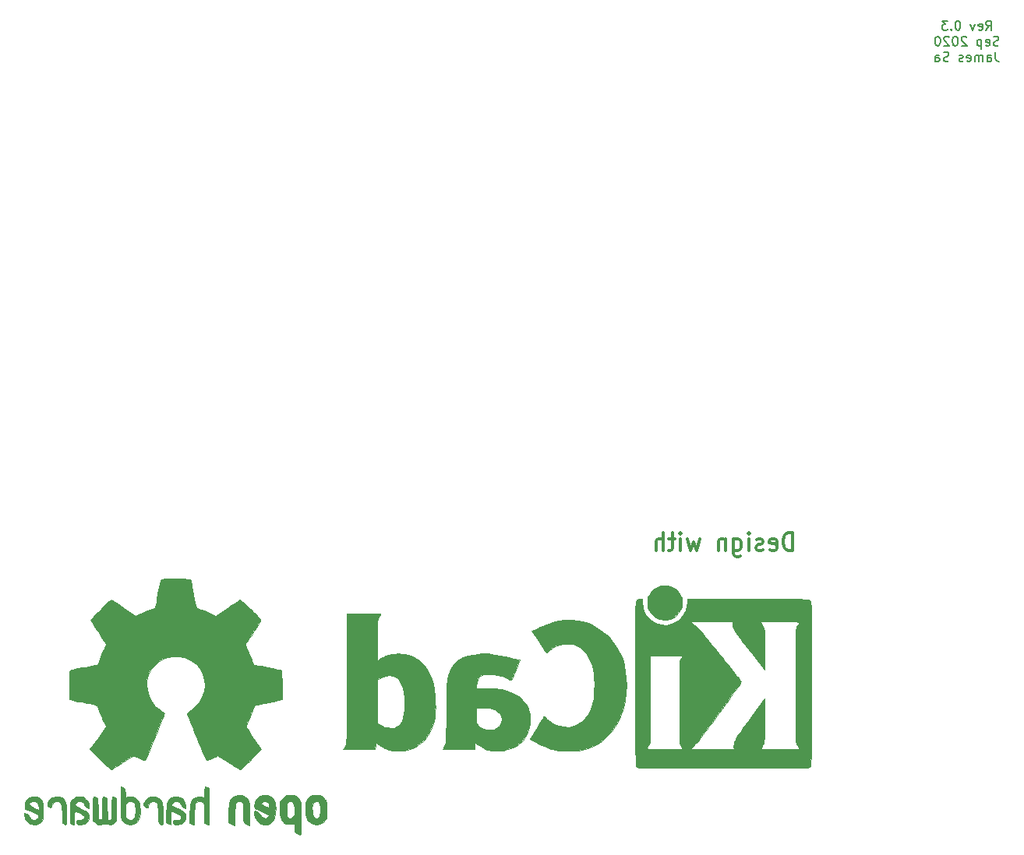
<source format=gbr>
%TF.GenerationSoftware,KiCad,Pcbnew,(5.1.6-0-10_14)*%
%TF.CreationDate,2020-09-02T17:46:37+08:00*%
%TF.ProjectId,EngineerPad,456e6769-6e65-4657-9250-61642e6b6963,v0.3*%
%TF.SameCoordinates,Original*%
%TF.FileFunction,Legend,Bot*%
%TF.FilePolarity,Positive*%
%FSLAX46Y46*%
G04 Gerber Fmt 4.6, Leading zero omitted, Abs format (unit mm)*
G04 Created by KiCad (PCBNEW (5.1.6-0-10_14)) date 2020-09-02 17:46:37*
%MOMM*%
%LPD*%
G01*
G04 APERTURE LIST*
%ADD10C,0.300000*%
%ADD11C,0.200000*%
%ADD12C,0.010000*%
G04 APERTURE END LIST*
D10*
X161860705Y-118628941D02*
X161860705Y-116628941D01*
X161432134Y-116628941D01*
X161174991Y-116724180D01*
X161003562Y-116914656D01*
X160917848Y-117105132D01*
X160832134Y-117486084D01*
X160832134Y-117771799D01*
X160917848Y-118152751D01*
X161003562Y-118343227D01*
X161174991Y-118533703D01*
X161432134Y-118628941D01*
X161860705Y-118628941D01*
X159374991Y-118533703D02*
X159546420Y-118628941D01*
X159889277Y-118628941D01*
X160060705Y-118533703D01*
X160146420Y-118343227D01*
X160146420Y-117581322D01*
X160060705Y-117390846D01*
X159889277Y-117295608D01*
X159546420Y-117295608D01*
X159374991Y-117390846D01*
X159289277Y-117581322D01*
X159289277Y-117771799D01*
X160146420Y-117962275D01*
X158603562Y-118533703D02*
X158432134Y-118628941D01*
X158089277Y-118628941D01*
X157917848Y-118533703D01*
X157832134Y-118343227D01*
X157832134Y-118247989D01*
X157917848Y-118057513D01*
X158089277Y-117962275D01*
X158346420Y-117962275D01*
X158517848Y-117867037D01*
X158603562Y-117676560D01*
X158603562Y-117581322D01*
X158517848Y-117390846D01*
X158346420Y-117295608D01*
X158089277Y-117295608D01*
X157917848Y-117390846D01*
X157060705Y-118628941D02*
X157060705Y-117295608D01*
X157060705Y-116628941D02*
X157146420Y-116724180D01*
X157060705Y-116819418D01*
X156974991Y-116724180D01*
X157060705Y-116628941D01*
X157060705Y-116819418D01*
X155432134Y-117295608D02*
X155432134Y-118914656D01*
X155517848Y-119105132D01*
X155603562Y-119200370D01*
X155774991Y-119295608D01*
X156032134Y-119295608D01*
X156203562Y-119200370D01*
X155432134Y-118533703D02*
X155603562Y-118628941D01*
X155946420Y-118628941D01*
X156117848Y-118533703D01*
X156203562Y-118438465D01*
X156289277Y-118247989D01*
X156289277Y-117676560D01*
X156203562Y-117486084D01*
X156117848Y-117390846D01*
X155946420Y-117295608D01*
X155603562Y-117295608D01*
X155432134Y-117390846D01*
X154574991Y-117295608D02*
X154574991Y-118628941D01*
X154574991Y-117486084D02*
X154489277Y-117390846D01*
X154317848Y-117295608D01*
X154060705Y-117295608D01*
X153889277Y-117390846D01*
X153803562Y-117581322D01*
X153803562Y-118628941D01*
X151746420Y-117295608D02*
X151403562Y-118628941D01*
X151060705Y-117676560D01*
X150717848Y-118628941D01*
X150374991Y-117295608D01*
X149689277Y-118628941D02*
X149689277Y-117295608D01*
X149689277Y-116628941D02*
X149774991Y-116724180D01*
X149689277Y-116819418D01*
X149603562Y-116724180D01*
X149689277Y-116628941D01*
X149689277Y-116819418D01*
X149089277Y-117295608D02*
X148403562Y-117295608D01*
X148832134Y-116628941D02*
X148832134Y-118343227D01*
X148746420Y-118533703D01*
X148574991Y-118628941D01*
X148403562Y-118628941D01*
X147803562Y-118628941D02*
X147803562Y-116628941D01*
X147032134Y-118628941D02*
X147032134Y-117581322D01*
X147117848Y-117390846D01*
X147289277Y-117295608D01*
X147546420Y-117295608D01*
X147717848Y-117390846D01*
X147803562Y-117486084D01*
D11*
X182844948Y-62006260D02*
X183178281Y-61530070D01*
X183416377Y-62006260D02*
X183416377Y-61006260D01*
X183035424Y-61006260D01*
X182940186Y-61053880D01*
X182892567Y-61101499D01*
X182844948Y-61196737D01*
X182844948Y-61339594D01*
X182892567Y-61434832D01*
X182940186Y-61482451D01*
X183035424Y-61530070D01*
X183416377Y-61530070D01*
X182035424Y-61958641D02*
X182130662Y-62006260D01*
X182321139Y-62006260D01*
X182416377Y-61958641D01*
X182463996Y-61863403D01*
X182463996Y-61482451D01*
X182416377Y-61387213D01*
X182321139Y-61339594D01*
X182130662Y-61339594D01*
X182035424Y-61387213D01*
X181987805Y-61482451D01*
X181987805Y-61577689D01*
X182463996Y-61672927D01*
X181654472Y-61339594D02*
X181416377Y-62006260D01*
X181178281Y-61339594D01*
X179844948Y-61006260D02*
X179749710Y-61006260D01*
X179654472Y-61053880D01*
X179606853Y-61101499D01*
X179559234Y-61196737D01*
X179511615Y-61387213D01*
X179511615Y-61625308D01*
X179559234Y-61815784D01*
X179606853Y-61911022D01*
X179654472Y-61958641D01*
X179749710Y-62006260D01*
X179844948Y-62006260D01*
X179940186Y-61958641D01*
X179987805Y-61911022D01*
X180035424Y-61815784D01*
X180083043Y-61625308D01*
X180083043Y-61387213D01*
X180035424Y-61196737D01*
X179987805Y-61101499D01*
X179940186Y-61053880D01*
X179844948Y-61006260D01*
X179083043Y-61911022D02*
X179035424Y-61958641D01*
X179083043Y-62006260D01*
X179130662Y-61958641D01*
X179083043Y-61911022D01*
X179083043Y-62006260D01*
X178702091Y-61006260D02*
X178083043Y-61006260D01*
X178416377Y-61387213D01*
X178273520Y-61387213D01*
X178178281Y-61434832D01*
X178130662Y-61482451D01*
X178083043Y-61577689D01*
X178083043Y-61815784D01*
X178130662Y-61911022D01*
X178178281Y-61958641D01*
X178273520Y-62006260D01*
X178559234Y-62006260D01*
X178654472Y-61958641D01*
X178702091Y-61911022D01*
X184225900Y-63658641D02*
X184083043Y-63706260D01*
X183844948Y-63706260D01*
X183749710Y-63658641D01*
X183702091Y-63611022D01*
X183654472Y-63515784D01*
X183654472Y-63420546D01*
X183702091Y-63325308D01*
X183749710Y-63277689D01*
X183844948Y-63230070D01*
X184035424Y-63182451D01*
X184130662Y-63134832D01*
X184178281Y-63087213D01*
X184225900Y-62991975D01*
X184225900Y-62896737D01*
X184178281Y-62801499D01*
X184130662Y-62753880D01*
X184035424Y-62706260D01*
X183797329Y-62706260D01*
X183654472Y-62753880D01*
X182844948Y-63658641D02*
X182940186Y-63706260D01*
X183130662Y-63706260D01*
X183225900Y-63658641D01*
X183273520Y-63563403D01*
X183273520Y-63182451D01*
X183225900Y-63087213D01*
X183130662Y-63039594D01*
X182940186Y-63039594D01*
X182844948Y-63087213D01*
X182797329Y-63182451D01*
X182797329Y-63277689D01*
X183273520Y-63372927D01*
X182368758Y-63039594D02*
X182368758Y-64039594D01*
X182368758Y-63087213D02*
X182273520Y-63039594D01*
X182083043Y-63039594D01*
X181987805Y-63087213D01*
X181940186Y-63134832D01*
X181892567Y-63230070D01*
X181892567Y-63515784D01*
X181940186Y-63611022D01*
X181987805Y-63658641D01*
X182083043Y-63706260D01*
X182273520Y-63706260D01*
X182368758Y-63658641D01*
X180749710Y-62801499D02*
X180702091Y-62753880D01*
X180606853Y-62706260D01*
X180368758Y-62706260D01*
X180273520Y-62753880D01*
X180225900Y-62801499D01*
X180178281Y-62896737D01*
X180178281Y-62991975D01*
X180225900Y-63134832D01*
X180797329Y-63706260D01*
X180178281Y-63706260D01*
X179559234Y-62706260D02*
X179463996Y-62706260D01*
X179368758Y-62753880D01*
X179321139Y-62801499D01*
X179273520Y-62896737D01*
X179225900Y-63087213D01*
X179225900Y-63325308D01*
X179273520Y-63515784D01*
X179321139Y-63611022D01*
X179368758Y-63658641D01*
X179463996Y-63706260D01*
X179559234Y-63706260D01*
X179654472Y-63658641D01*
X179702091Y-63611022D01*
X179749710Y-63515784D01*
X179797329Y-63325308D01*
X179797329Y-63087213D01*
X179749710Y-62896737D01*
X179702091Y-62801499D01*
X179654472Y-62753880D01*
X179559234Y-62706260D01*
X178844948Y-62801499D02*
X178797329Y-62753880D01*
X178702091Y-62706260D01*
X178463996Y-62706260D01*
X178368758Y-62753880D01*
X178321139Y-62801499D01*
X178273520Y-62896737D01*
X178273520Y-62991975D01*
X178321139Y-63134832D01*
X178892567Y-63706260D01*
X178273520Y-63706260D01*
X177654472Y-62706260D02*
X177559234Y-62706260D01*
X177463996Y-62753880D01*
X177416377Y-62801499D01*
X177368758Y-62896737D01*
X177321139Y-63087213D01*
X177321139Y-63325308D01*
X177368758Y-63515784D01*
X177416377Y-63611022D01*
X177463996Y-63658641D01*
X177559234Y-63706260D01*
X177654472Y-63706260D01*
X177749710Y-63658641D01*
X177797329Y-63611022D01*
X177844948Y-63515784D01*
X177892567Y-63325308D01*
X177892567Y-63087213D01*
X177844948Y-62896737D01*
X177797329Y-62801499D01*
X177749710Y-62753880D01*
X177654472Y-62706260D01*
X183892567Y-64406260D02*
X183892567Y-65120546D01*
X183940186Y-65263403D01*
X184035424Y-65358641D01*
X184178281Y-65406260D01*
X184273520Y-65406260D01*
X182987805Y-65406260D02*
X182987805Y-64882451D01*
X183035424Y-64787213D01*
X183130662Y-64739594D01*
X183321139Y-64739594D01*
X183416377Y-64787213D01*
X182987805Y-65358641D02*
X183083043Y-65406260D01*
X183321139Y-65406260D01*
X183416377Y-65358641D01*
X183463996Y-65263403D01*
X183463996Y-65168165D01*
X183416377Y-65072927D01*
X183321139Y-65025308D01*
X183083043Y-65025308D01*
X182987805Y-64977689D01*
X182511615Y-65406260D02*
X182511615Y-64739594D01*
X182511615Y-64834832D02*
X182463996Y-64787213D01*
X182368758Y-64739594D01*
X182225900Y-64739594D01*
X182130662Y-64787213D01*
X182083043Y-64882451D01*
X182083043Y-65406260D01*
X182083043Y-64882451D02*
X182035424Y-64787213D01*
X181940186Y-64739594D01*
X181797329Y-64739594D01*
X181702091Y-64787213D01*
X181654472Y-64882451D01*
X181654472Y-65406260D01*
X180797329Y-65358641D02*
X180892567Y-65406260D01*
X181083043Y-65406260D01*
X181178281Y-65358641D01*
X181225900Y-65263403D01*
X181225900Y-64882451D01*
X181178281Y-64787213D01*
X181083043Y-64739594D01*
X180892567Y-64739594D01*
X180797329Y-64787213D01*
X180749710Y-64882451D01*
X180749710Y-64977689D01*
X181225900Y-65072927D01*
X180368758Y-65358641D02*
X180273520Y-65406260D01*
X180083043Y-65406260D01*
X179987805Y-65358641D01*
X179940186Y-65263403D01*
X179940186Y-65215784D01*
X179987805Y-65120546D01*
X180083043Y-65072927D01*
X180225900Y-65072927D01*
X180321139Y-65025308D01*
X180368758Y-64930070D01*
X180368758Y-64882451D01*
X180321139Y-64787213D01*
X180225900Y-64739594D01*
X180083043Y-64739594D01*
X179987805Y-64787213D01*
X178797329Y-65358641D02*
X178654472Y-65406260D01*
X178416377Y-65406260D01*
X178321139Y-65358641D01*
X178273520Y-65311022D01*
X178225900Y-65215784D01*
X178225900Y-65120546D01*
X178273520Y-65025308D01*
X178321139Y-64977689D01*
X178416377Y-64930070D01*
X178606853Y-64882451D01*
X178702091Y-64834832D01*
X178749710Y-64787213D01*
X178797329Y-64691975D01*
X178797329Y-64596737D01*
X178749710Y-64501499D01*
X178702091Y-64453880D01*
X178606853Y-64406260D01*
X178368758Y-64406260D01*
X178225900Y-64453880D01*
X177368758Y-65406260D02*
X177368758Y-64882451D01*
X177416377Y-64787213D01*
X177511615Y-64739594D01*
X177702091Y-64739594D01*
X177797329Y-64787213D01*
X177368758Y-65358641D02*
X177463996Y-65406260D01*
X177702091Y-65406260D01*
X177797329Y-65358641D01*
X177844948Y-65263403D01*
X177844948Y-65168165D01*
X177797329Y-65072927D01*
X177702091Y-65025308D01*
X177463996Y-65025308D01*
X177368758Y-64977689D01*
D12*
%TO.C,Logo_KiCad*%
G36*
X147497734Y-122420100D02*
G01*
X147155897Y-122538622D01*
X146837634Y-122725175D01*
X146553398Y-122979735D01*
X146313639Y-123302278D01*
X146205939Y-123505575D01*
X146112730Y-123789932D01*
X146067552Y-124118211D01*
X146072556Y-124455702D01*
X146128104Y-124761526D01*
X146279929Y-125135233D01*
X146500090Y-125459397D01*
X146777396Y-125727639D01*
X147100656Y-125933582D01*
X147458683Y-126070847D01*
X147840285Y-126133055D01*
X148234272Y-126113830D01*
X148428478Y-126072743D01*
X148806968Y-125925511D01*
X149143129Y-125700843D01*
X149428851Y-125405665D01*
X149656026Y-125046904D01*
X149675246Y-125007725D01*
X149741689Y-124860702D01*
X149783408Y-124736877D01*
X149806058Y-124606252D01*
X149815296Y-124438826D01*
X149816829Y-124256650D01*
X149814294Y-124037774D01*
X149802850Y-123879542D01*
X149776743Y-123751614D01*
X149730214Y-123623649D01*
X149672781Y-123497399D01*
X149458556Y-123139010D01*
X149194746Y-122848826D01*
X148891804Y-122626821D01*
X148560181Y-122472970D01*
X148210327Y-122387250D01*
X147852694Y-122369635D01*
X147497734Y-122420100D01*
G37*
X147497734Y-122420100D02*
X147155897Y-122538622D01*
X146837634Y-122725175D01*
X146553398Y-122979735D01*
X146313639Y-123302278D01*
X146205939Y-123505575D01*
X146112730Y-123789932D01*
X146067552Y-124118211D01*
X146072556Y-124455702D01*
X146128104Y-124761526D01*
X146279929Y-125135233D01*
X146500090Y-125459397D01*
X146777396Y-125727639D01*
X147100656Y-125933582D01*
X147458683Y-126070847D01*
X147840285Y-126133055D01*
X148234272Y-126113830D01*
X148428478Y-126072743D01*
X148806968Y-125925511D01*
X149143129Y-125700843D01*
X149428851Y-125405665D01*
X149656026Y-125046904D01*
X149675246Y-125007725D01*
X149741689Y-124860702D01*
X149783408Y-124736877D01*
X149806058Y-124606252D01*
X149815296Y-124438826D01*
X149816829Y-124256650D01*
X149814294Y-124037774D01*
X149802850Y-123879542D01*
X149776743Y-123751614D01*
X149730214Y-123623649D01*
X149672781Y-123497399D01*
X149458556Y-123139010D01*
X149194746Y-122848826D01*
X148891804Y-122626821D01*
X148560181Y-122472970D01*
X148210327Y-122387250D01*
X147852694Y-122369635D01*
X147497734Y-122420100D01*
G36*
X115774715Y-125471390D02*
G01*
X115387570Y-125472978D01*
X115255987Y-125473780D01*
X113446578Y-125485682D01*
X113423818Y-132427439D01*
X113420812Y-133368761D01*
X113418146Y-134223467D01*
X113415650Y-134995979D01*
X113413150Y-135690716D01*
X113410478Y-136312102D01*
X113407460Y-136864558D01*
X113403927Y-137352504D01*
X113399706Y-137780363D01*
X113394627Y-138152556D01*
X113388518Y-138473505D01*
X113381208Y-138747631D01*
X113372526Y-138979356D01*
X113362300Y-139173101D01*
X113350360Y-139333287D01*
X113336534Y-139464337D01*
X113320651Y-139570671D01*
X113302539Y-139656712D01*
X113282028Y-139726880D01*
X113258946Y-139785598D01*
X113233122Y-139837286D01*
X113204385Y-139886367D01*
X113172563Y-139937261D01*
X113137485Y-139994391D01*
X113130295Y-140006559D01*
X113009667Y-140212396D01*
X116496399Y-140188550D01*
X116519159Y-139805597D01*
X116531551Y-139621815D01*
X116544465Y-139515564D01*
X116561988Y-139473404D01*
X116588206Y-139481897D01*
X116610198Y-139506190D01*
X116705999Y-139594679D01*
X116862138Y-139708421D01*
X117056618Y-139833826D01*
X117267441Y-139957304D01*
X117472607Y-140065265D01*
X117630138Y-140136295D01*
X117999203Y-140253018D01*
X118422649Y-140335700D01*
X118869216Y-140381184D01*
X119307642Y-140386308D01*
X119706668Y-140347914D01*
X119713238Y-140346815D01*
X120259238Y-140209809D01*
X120770347Y-139991527D01*
X121241636Y-139696661D01*
X121668173Y-139329903D01*
X122045030Y-138895945D01*
X122367277Y-138399480D01*
X122629984Y-137845199D01*
X122773020Y-137434607D01*
X122867345Y-137091102D01*
X122937296Y-136758472D01*
X122985011Y-136416510D01*
X123012629Y-136045011D01*
X123022289Y-135623768D01*
X123018011Y-135279796D01*
X119659117Y-135279796D01*
X119643223Y-135856580D01*
X119593082Y-136352805D01*
X119507154Y-136772876D01*
X119383896Y-137121196D01*
X119221764Y-137402171D01*
X119019216Y-137620203D01*
X118785417Y-137774335D01*
X118663760Y-137831875D01*
X118558248Y-137866372D01*
X118440614Y-137882154D01*
X118282589Y-137883552D01*
X118112349Y-137877407D01*
X117777558Y-137847877D01*
X117512769Y-137790049D01*
X117429553Y-137761082D01*
X117239535Y-137675530D01*
X117039122Y-137568098D01*
X116951596Y-137514320D01*
X116723997Y-137365035D01*
X116723997Y-132633203D01*
X116974356Y-132483135D01*
X117323507Y-132313564D01*
X117680229Y-132213279D01*
X118031477Y-132181686D01*
X118364205Y-132218196D01*
X118665365Y-132322215D01*
X118921912Y-132493153D01*
X119004691Y-132575203D01*
X119204223Y-132844046D01*
X119365720Y-133169478D01*
X119490531Y-133557078D01*
X119580005Y-134012424D01*
X119635494Y-134541095D01*
X119658345Y-135148667D01*
X119659117Y-135279796D01*
X123018011Y-135279796D01*
X123016229Y-135136620D01*
X122977856Y-134387291D01*
X122900697Y-133711406D01*
X122782719Y-133099121D01*
X122621891Y-132540589D01*
X122416181Y-132025965D01*
X122342774Y-131873396D01*
X122047092Y-131375854D01*
X121689776Y-130933706D01*
X121279228Y-130554089D01*
X120823847Y-130244140D01*
X120332037Y-130010997D01*
X120037228Y-129914824D01*
X119747696Y-129857730D01*
X119399319Y-129823761D01*
X119021303Y-129812902D01*
X118642852Y-129825137D01*
X118293173Y-129860451D01*
X118012407Y-129915852D01*
X117678231Y-130024496D01*
X117354335Y-130164205D01*
X117070952Y-130320826D01*
X116920125Y-130427123D01*
X116816087Y-130506166D01*
X116743238Y-130554295D01*
X116726667Y-130561130D01*
X116721529Y-130517095D01*
X116716738Y-130390925D01*
X116712401Y-130191524D01*
X116708624Y-129927797D01*
X116705513Y-129608649D01*
X116703175Y-129242983D01*
X116701714Y-128839704D01*
X116701238Y-128428938D01*
X116701504Y-127902819D01*
X116702813Y-127459255D01*
X116705929Y-127089761D01*
X116711618Y-126785853D01*
X116720645Y-126539047D01*
X116733774Y-126340858D01*
X116751771Y-126182802D01*
X116775401Y-126056394D01*
X116805428Y-125953150D01*
X116842618Y-125864586D01*
X116887737Y-125782218D01*
X116941548Y-125697561D01*
X116948471Y-125687079D01*
X117017875Y-125577435D01*
X117059777Y-125502039D01*
X117065395Y-125486136D01*
X117021489Y-125481118D01*
X116896212Y-125477036D01*
X116699231Y-125473957D01*
X116440211Y-125471945D01*
X116128817Y-125471067D01*
X115774715Y-125471390D01*
G37*
X115774715Y-125471390D02*
X115387570Y-125472978D01*
X115255987Y-125473780D01*
X113446578Y-125485682D01*
X113423818Y-132427439D01*
X113420812Y-133368761D01*
X113418146Y-134223467D01*
X113415650Y-134995979D01*
X113413150Y-135690716D01*
X113410478Y-136312102D01*
X113407460Y-136864558D01*
X113403927Y-137352504D01*
X113399706Y-137780363D01*
X113394627Y-138152556D01*
X113388518Y-138473505D01*
X113381208Y-138747631D01*
X113372526Y-138979356D01*
X113362300Y-139173101D01*
X113350360Y-139333287D01*
X113336534Y-139464337D01*
X113320651Y-139570671D01*
X113302539Y-139656712D01*
X113282028Y-139726880D01*
X113258946Y-139785598D01*
X113233122Y-139837286D01*
X113204385Y-139886367D01*
X113172563Y-139937261D01*
X113137485Y-139994391D01*
X113130295Y-140006559D01*
X113009667Y-140212396D01*
X116496399Y-140188550D01*
X116519159Y-139805597D01*
X116531551Y-139621815D01*
X116544465Y-139515564D01*
X116561988Y-139473404D01*
X116588206Y-139481897D01*
X116610198Y-139506190D01*
X116705999Y-139594679D01*
X116862138Y-139708421D01*
X117056618Y-139833826D01*
X117267441Y-139957304D01*
X117472607Y-140065265D01*
X117630138Y-140136295D01*
X117999203Y-140253018D01*
X118422649Y-140335700D01*
X118869216Y-140381184D01*
X119307642Y-140386308D01*
X119706668Y-140347914D01*
X119713238Y-140346815D01*
X120259238Y-140209809D01*
X120770347Y-139991527D01*
X121241636Y-139696661D01*
X121668173Y-139329903D01*
X122045030Y-138895945D01*
X122367277Y-138399480D01*
X122629984Y-137845199D01*
X122773020Y-137434607D01*
X122867345Y-137091102D01*
X122937296Y-136758472D01*
X122985011Y-136416510D01*
X123012629Y-136045011D01*
X123022289Y-135623768D01*
X123018011Y-135279796D01*
X119659117Y-135279796D01*
X119643223Y-135856580D01*
X119593082Y-136352805D01*
X119507154Y-136772876D01*
X119383896Y-137121196D01*
X119221764Y-137402171D01*
X119019216Y-137620203D01*
X118785417Y-137774335D01*
X118663760Y-137831875D01*
X118558248Y-137866372D01*
X118440614Y-137882154D01*
X118282589Y-137883552D01*
X118112349Y-137877407D01*
X117777558Y-137847877D01*
X117512769Y-137790049D01*
X117429553Y-137761082D01*
X117239535Y-137675530D01*
X117039122Y-137568098D01*
X116951596Y-137514320D01*
X116723997Y-137365035D01*
X116723997Y-132633203D01*
X116974356Y-132483135D01*
X117323507Y-132313564D01*
X117680229Y-132213279D01*
X118031477Y-132181686D01*
X118364205Y-132218196D01*
X118665365Y-132322215D01*
X118921912Y-132493153D01*
X119004691Y-132575203D01*
X119204223Y-132844046D01*
X119365720Y-133169478D01*
X119490531Y-133557078D01*
X119580005Y-134012424D01*
X119635494Y-134541095D01*
X119658345Y-135148667D01*
X119659117Y-135279796D01*
X123018011Y-135279796D01*
X123016229Y-135136620D01*
X122977856Y-134387291D01*
X122900697Y-133711406D01*
X122782719Y-133099121D01*
X122621891Y-132540589D01*
X122416181Y-132025965D01*
X122342774Y-131873396D01*
X122047092Y-131375854D01*
X121689776Y-130933706D01*
X121279228Y-130554089D01*
X120823847Y-130244140D01*
X120332037Y-130010997D01*
X120037228Y-129914824D01*
X119747696Y-129857730D01*
X119399319Y-129823761D01*
X119021303Y-129812902D01*
X118642852Y-129825137D01*
X118293173Y-129860451D01*
X118012407Y-129915852D01*
X117678231Y-130024496D01*
X117354335Y-130164205D01*
X117070952Y-130320826D01*
X116920125Y-130427123D01*
X116816087Y-130506166D01*
X116743238Y-130554295D01*
X116726667Y-130561130D01*
X116721529Y-130517095D01*
X116716738Y-130390925D01*
X116712401Y-130191524D01*
X116708624Y-129927797D01*
X116705513Y-129608649D01*
X116703175Y-129242983D01*
X116701714Y-128839704D01*
X116701238Y-128428938D01*
X116701504Y-127902819D01*
X116702813Y-127459255D01*
X116705929Y-127089761D01*
X116711618Y-126785853D01*
X116720645Y-126539047D01*
X116733774Y-126340858D01*
X116751771Y-126182802D01*
X116775401Y-126056394D01*
X116805428Y-125953150D01*
X116842618Y-125864586D01*
X116887737Y-125782218D01*
X116941548Y-125697561D01*
X116948471Y-125687079D01*
X117017875Y-125577435D01*
X117059777Y-125502039D01*
X117065395Y-125486136D01*
X117021489Y-125481118D01*
X116896212Y-125477036D01*
X116699231Y-125473957D01*
X116440211Y-125471945D01*
X116128817Y-125471067D01*
X115774715Y-125471390D01*
G36*
X127958075Y-129805973D02*
G01*
X127732540Y-129823045D01*
X127087257Y-129908897D01*
X126515791Y-130045831D01*
X126015360Y-130235731D01*
X125583179Y-130480480D01*
X125216466Y-130781963D01*
X124912437Y-131142064D01*
X124668308Y-131562667D01*
X124490041Y-132017761D01*
X124444791Y-132162929D01*
X124405387Y-132298872D01*
X124371365Y-132432908D01*
X124342261Y-132572358D01*
X124317610Y-132724540D01*
X124296947Y-132896772D01*
X124279809Y-133096375D01*
X124265730Y-133330665D01*
X124254246Y-133606963D01*
X124244892Y-133932587D01*
X124237204Y-134314856D01*
X124230717Y-134761089D01*
X124224968Y-135278605D01*
X124219490Y-135874723D01*
X124215574Y-136342134D01*
X124189230Y-139551274D01*
X124018531Y-139860099D01*
X123937701Y-140008878D01*
X123877550Y-140124440D01*
X123848854Y-140185950D01*
X123847833Y-140190117D01*
X123891693Y-140194885D01*
X124016642Y-140199279D01*
X124212725Y-140203174D01*
X124469993Y-140206448D01*
X124778493Y-140208976D01*
X125128272Y-140210635D01*
X125509381Y-140211302D01*
X125554822Y-140211310D01*
X127261811Y-140211310D01*
X127261811Y-139824392D01*
X127264722Y-139649538D01*
X127272489Y-139515811D01*
X127283666Y-139444112D01*
X127288606Y-139437474D01*
X127333788Y-139465277D01*
X127426775Y-139538245D01*
X127547634Y-139640719D01*
X127550344Y-139643090D01*
X127770897Y-139807293D01*
X128049438Y-139972175D01*
X128354493Y-140121537D01*
X128654589Y-140239181D01*
X128786721Y-140279384D01*
X129049675Y-140330446D01*
X129372331Y-140363030D01*
X129725154Y-140376671D01*
X130078607Y-140370905D01*
X130403153Y-140345268D01*
X130630270Y-140308378D01*
X131187236Y-140144820D01*
X131688655Y-139911725D01*
X132131261Y-139611983D01*
X132511792Y-139248487D01*
X132826983Y-138824129D01*
X133073572Y-138341800D01*
X133179952Y-138049123D01*
X133246622Y-137764654D01*
X133290805Y-137423157D01*
X133311248Y-137056133D01*
X133310576Y-137002727D01*
X130231972Y-137002727D01*
X130206443Y-137275448D01*
X130121435Y-137502097D01*
X129964319Y-137712373D01*
X129903975Y-137774032D01*
X129689460Y-137940728D01*
X129441519Y-138047516D01*
X129144471Y-138099209D01*
X128831662Y-138103014D01*
X128534970Y-138077883D01*
X128307806Y-138028728D01*
X128209150Y-137991808D01*
X128031335Y-137891186D01*
X127842931Y-137749675D01*
X127671035Y-137590852D01*
X127542742Y-137438293D01*
X127508675Y-137382329D01*
X127482192Y-137303955D01*
X127463363Y-137179248D01*
X127451312Y-136996293D01*
X127445160Y-136743180D01*
X127443890Y-136502285D01*
X127444750Y-136221433D01*
X127448226Y-136018358D01*
X127455657Y-135879803D01*
X127468384Y-135792514D01*
X127487749Y-135743236D01*
X127515092Y-135718714D01*
X127523549Y-135714809D01*
X127597042Y-135702781D01*
X127741992Y-135692943D01*
X127938826Y-135686182D01*
X128167970Y-135683385D01*
X128217725Y-135683382D01*
X128524017Y-135688270D01*
X128760648Y-135702809D01*
X128948675Y-135728988D01*
X129103989Y-135767223D01*
X129489250Y-135912919D01*
X129791371Y-136092044D01*
X130012969Y-136307463D01*
X130156658Y-136562043D01*
X130225056Y-136858647D01*
X130231972Y-137002727D01*
X133310576Y-137002727D01*
X133306700Y-136695083D01*
X133275906Y-136371508D01*
X133251886Y-136240780D01*
X133098510Y-135755389D01*
X132865287Y-135308783D01*
X132556621Y-134905246D01*
X132176913Y-134549062D01*
X131730565Y-134244513D01*
X131221981Y-133995884D01*
X130789589Y-133844905D01*
X130500603Y-133765586D01*
X130224190Y-133703952D01*
X129942445Y-133658002D01*
X129637464Y-133625734D01*
X129291344Y-133605146D01*
X128886181Y-133594237D01*
X128519873Y-133591165D01*
X127433670Y-133588191D01*
X127454477Y-133261690D01*
X127513565Y-132907431D01*
X127639258Y-132602932D01*
X127826205Y-132355796D01*
X128069054Y-132173626D01*
X128282887Y-132084733D01*
X128589268Y-132028709D01*
X128954003Y-132020664D01*
X129359994Y-132057632D01*
X129790142Y-132136646D01*
X130227351Y-132254742D01*
X130654523Y-132408952D01*
X130964953Y-132549990D01*
X131114308Y-132622412D01*
X131228229Y-132672994D01*
X131286164Y-132692731D01*
X131289309Y-132692098D01*
X131309301Y-132647889D01*
X131359223Y-132530710D01*
X131434377Y-132351785D01*
X131530065Y-132122343D01*
X131641590Y-131853609D01*
X131754953Y-131579352D01*
X132208165Y-130480907D01*
X131885794Y-130427958D01*
X131746069Y-130401391D01*
X131536022Y-130356772D01*
X131273647Y-130298149D01*
X130976938Y-130229574D01*
X130663888Y-130155097D01*
X130539230Y-130124831D01*
X129999930Y-129999745D01*
X129527773Y-129905964D01*
X129105135Y-129841591D01*
X128714390Y-129804731D01*
X128337912Y-129793490D01*
X127958075Y-129805973D01*
G37*
X127958075Y-129805973D02*
X127732540Y-129823045D01*
X127087257Y-129908897D01*
X126515791Y-130045831D01*
X126015360Y-130235731D01*
X125583179Y-130480480D01*
X125216466Y-130781963D01*
X124912437Y-131142064D01*
X124668308Y-131562667D01*
X124490041Y-132017761D01*
X124444791Y-132162929D01*
X124405387Y-132298872D01*
X124371365Y-132432908D01*
X124342261Y-132572358D01*
X124317610Y-132724540D01*
X124296947Y-132896772D01*
X124279809Y-133096375D01*
X124265730Y-133330665D01*
X124254246Y-133606963D01*
X124244892Y-133932587D01*
X124237204Y-134314856D01*
X124230717Y-134761089D01*
X124224968Y-135278605D01*
X124219490Y-135874723D01*
X124215574Y-136342134D01*
X124189230Y-139551274D01*
X124018531Y-139860099D01*
X123937701Y-140008878D01*
X123877550Y-140124440D01*
X123848854Y-140185950D01*
X123847833Y-140190117D01*
X123891693Y-140194885D01*
X124016642Y-140199279D01*
X124212725Y-140203174D01*
X124469993Y-140206448D01*
X124778493Y-140208976D01*
X125128272Y-140210635D01*
X125509381Y-140211302D01*
X125554822Y-140211310D01*
X127261811Y-140211310D01*
X127261811Y-139824392D01*
X127264722Y-139649538D01*
X127272489Y-139515811D01*
X127283666Y-139444112D01*
X127288606Y-139437474D01*
X127333788Y-139465277D01*
X127426775Y-139538245D01*
X127547634Y-139640719D01*
X127550344Y-139643090D01*
X127770897Y-139807293D01*
X128049438Y-139972175D01*
X128354493Y-140121537D01*
X128654589Y-140239181D01*
X128786721Y-140279384D01*
X129049675Y-140330446D01*
X129372331Y-140363030D01*
X129725154Y-140376671D01*
X130078607Y-140370905D01*
X130403153Y-140345268D01*
X130630270Y-140308378D01*
X131187236Y-140144820D01*
X131688655Y-139911725D01*
X132131261Y-139611983D01*
X132511792Y-139248487D01*
X132826983Y-138824129D01*
X133073572Y-138341800D01*
X133179952Y-138049123D01*
X133246622Y-137764654D01*
X133290805Y-137423157D01*
X133311248Y-137056133D01*
X133310576Y-137002727D01*
X130231972Y-137002727D01*
X130206443Y-137275448D01*
X130121435Y-137502097D01*
X129964319Y-137712373D01*
X129903975Y-137774032D01*
X129689460Y-137940728D01*
X129441519Y-138047516D01*
X129144471Y-138099209D01*
X128831662Y-138103014D01*
X128534970Y-138077883D01*
X128307806Y-138028728D01*
X128209150Y-137991808D01*
X128031335Y-137891186D01*
X127842931Y-137749675D01*
X127671035Y-137590852D01*
X127542742Y-137438293D01*
X127508675Y-137382329D01*
X127482192Y-137303955D01*
X127463363Y-137179248D01*
X127451312Y-136996293D01*
X127445160Y-136743180D01*
X127443890Y-136502285D01*
X127444750Y-136221433D01*
X127448226Y-136018358D01*
X127455657Y-135879803D01*
X127468384Y-135792514D01*
X127487749Y-135743236D01*
X127515092Y-135718714D01*
X127523549Y-135714809D01*
X127597042Y-135702781D01*
X127741992Y-135692943D01*
X127938826Y-135686182D01*
X128167970Y-135683385D01*
X128217725Y-135683382D01*
X128524017Y-135688270D01*
X128760648Y-135702809D01*
X128948675Y-135728988D01*
X129103989Y-135767223D01*
X129489250Y-135912919D01*
X129791371Y-136092044D01*
X130012969Y-136307463D01*
X130156658Y-136562043D01*
X130225056Y-136858647D01*
X130231972Y-137002727D01*
X133310576Y-137002727D01*
X133306700Y-136695083D01*
X133275906Y-136371508D01*
X133251886Y-136240780D01*
X133098510Y-135755389D01*
X132865287Y-135308783D01*
X132556621Y-134905246D01*
X132176913Y-134549062D01*
X131730565Y-134244513D01*
X131221981Y-133995884D01*
X130789589Y-133844905D01*
X130500603Y-133765586D01*
X130224190Y-133703952D01*
X129942445Y-133658002D01*
X129637464Y-133625734D01*
X129291344Y-133605146D01*
X128886181Y-133594237D01*
X128519873Y-133591165D01*
X127433670Y-133588191D01*
X127454477Y-133261690D01*
X127513565Y-132907431D01*
X127639258Y-132602932D01*
X127826205Y-132355796D01*
X128069054Y-132173626D01*
X128282887Y-132084733D01*
X128589268Y-132028709D01*
X128954003Y-132020664D01*
X129359994Y-132057632D01*
X129790142Y-132136646D01*
X130227351Y-132254742D01*
X130654523Y-132408952D01*
X130964953Y-132549990D01*
X131114308Y-132622412D01*
X131228229Y-132672994D01*
X131286164Y-132692731D01*
X131289309Y-132692098D01*
X131309301Y-132647889D01*
X131359223Y-132530710D01*
X131434377Y-132351785D01*
X131530065Y-132122343D01*
X131641590Y-131853609D01*
X131754953Y-131579352D01*
X132208165Y-130480907D01*
X131885794Y-130427958D01*
X131746069Y-130401391D01*
X131536022Y-130356772D01*
X131273647Y-130298149D01*
X130976938Y-130229574D01*
X130663888Y-130155097D01*
X130539230Y-130124831D01*
X129999930Y-129999745D01*
X129527773Y-129905964D01*
X129105135Y-129841591D01*
X128714390Y-129804731D01*
X128337912Y-129793490D01*
X127958075Y-129805973D01*
G36*
X137001005Y-126146655D02*
G01*
X136510150Y-126200392D01*
X136034594Y-126296576D01*
X135554993Y-126440222D01*
X135052000Y-126636349D01*
X134506270Y-126889972D01*
X134407991Y-126939099D01*
X134182454Y-127050210D01*
X133969741Y-127150259D01*
X133790847Y-127229692D01*
X133666766Y-127278952D01*
X133647705Y-127285154D01*
X133465037Y-127339883D01*
X134282734Y-128529449D01*
X134482650Y-128820185D01*
X134665429Y-129085810D01*
X134824855Y-129317307D01*
X134954712Y-129505657D01*
X135048785Y-129641843D01*
X135100858Y-129716845D01*
X135109318Y-129728724D01*
X135143679Y-129703888D01*
X135228261Y-129629227D01*
X135347937Y-129518302D01*
X135413984Y-129455605D01*
X135788189Y-129157973D01*
X136208449Y-128931806D01*
X136570592Y-128807922D01*
X136787981Y-128769015D01*
X137060171Y-128745306D01*
X137355149Y-128737233D01*
X137640900Y-128745237D01*
X137885412Y-128769757D01*
X137982982Y-128788535D01*
X138422748Y-128939834D01*
X138819030Y-129170853D01*
X139171534Y-129481168D01*
X139479966Y-129870358D01*
X139744034Y-130338000D01*
X139963444Y-130883672D01*
X140137903Y-131506951D01*
X140241585Y-132040521D01*
X140268636Y-132276071D01*
X140287066Y-132580367D01*
X140297055Y-132931542D01*
X140298781Y-133307730D01*
X140292421Y-133687063D01*
X140278154Y-134047674D01*
X140256158Y-134367697D01*
X140226610Y-134625264D01*
X140220214Y-134665004D01*
X140079242Y-135305127D01*
X139887167Y-135871666D01*
X139642822Y-136367157D01*
X139345036Y-136794140D01*
X139133660Y-137024985D01*
X138753784Y-137338406D01*
X138337180Y-137570727D01*
X137890876Y-137720685D01*
X137421899Y-137787016D01*
X136937277Y-137768455D01*
X136444038Y-137663737D01*
X136152427Y-137561272D01*
X135748884Y-137356087D01*
X135332960Y-137061755D01*
X135099978Y-136862713D01*
X134969158Y-136747511D01*
X134866376Y-136662992D01*
X134807872Y-136622266D01*
X134800610Y-136621023D01*
X134774498Y-136662638D01*
X134706839Y-136772607D01*
X134603398Y-136941502D01*
X134469938Y-137159896D01*
X134312222Y-137418360D01*
X134136016Y-137707468D01*
X134037937Y-137868520D01*
X133288782Y-139099029D01*
X134224132Y-139561276D01*
X134562320Y-139727314D01*
X134836281Y-139858242D01*
X135062761Y-139960564D01*
X135258508Y-140040782D01*
X135440266Y-140105398D01*
X135624783Y-140160915D01*
X135828804Y-140213836D01*
X136024356Y-140260309D01*
X136198168Y-140296269D01*
X136379940Y-140323445D01*
X136587871Y-140343345D01*
X136840155Y-140357476D01*
X137154992Y-140367347D01*
X137367187Y-140371608D01*
X137669955Y-140374516D01*
X137960271Y-140373050D01*
X138218922Y-140367627D01*
X138426697Y-140358666D01*
X138564383Y-140346585D01*
X138572542Y-140345380D01*
X139287508Y-140190701D01*
X139958911Y-139956109D01*
X140586513Y-139641758D01*
X141170079Y-139247804D01*
X141709373Y-138774400D01*
X142204159Y-138221702D01*
X142562495Y-137730485D01*
X142943975Y-137087524D01*
X143252345Y-136408519D01*
X143489096Y-135688027D01*
X143655720Y-134920603D01*
X143753707Y-134100805D01*
X143784578Y-133268359D01*
X143759188Y-132463083D01*
X143679400Y-131720097D01*
X143542679Y-131026869D01*
X143346488Y-130370866D01*
X143088294Y-129739556D01*
X143057464Y-129674151D01*
X142717817Y-129062759D01*
X142300656Y-128480959D01*
X141817801Y-127940793D01*
X141281070Y-127454304D01*
X140702283Y-127033534D01*
X140162971Y-126724884D01*
X139618153Y-126483143D01*
X139072178Y-126308032D01*
X138503912Y-126194781D01*
X137892218Y-126138627D01*
X137526506Y-126130347D01*
X137001005Y-126146655D01*
G37*
X137001005Y-126146655D02*
X136510150Y-126200392D01*
X136034594Y-126296576D01*
X135554993Y-126440222D01*
X135052000Y-126636349D01*
X134506270Y-126889972D01*
X134407991Y-126939099D01*
X134182454Y-127050210D01*
X133969741Y-127150259D01*
X133790847Y-127229692D01*
X133666766Y-127278952D01*
X133647705Y-127285154D01*
X133465037Y-127339883D01*
X134282734Y-128529449D01*
X134482650Y-128820185D01*
X134665429Y-129085810D01*
X134824855Y-129317307D01*
X134954712Y-129505657D01*
X135048785Y-129641843D01*
X135100858Y-129716845D01*
X135109318Y-129728724D01*
X135143679Y-129703888D01*
X135228261Y-129629227D01*
X135347937Y-129518302D01*
X135413984Y-129455605D01*
X135788189Y-129157973D01*
X136208449Y-128931806D01*
X136570592Y-128807922D01*
X136787981Y-128769015D01*
X137060171Y-128745306D01*
X137355149Y-128737233D01*
X137640900Y-128745237D01*
X137885412Y-128769757D01*
X137982982Y-128788535D01*
X138422748Y-128939834D01*
X138819030Y-129170853D01*
X139171534Y-129481168D01*
X139479966Y-129870358D01*
X139744034Y-130338000D01*
X139963444Y-130883672D01*
X140137903Y-131506951D01*
X140241585Y-132040521D01*
X140268636Y-132276071D01*
X140287066Y-132580367D01*
X140297055Y-132931542D01*
X140298781Y-133307730D01*
X140292421Y-133687063D01*
X140278154Y-134047674D01*
X140256158Y-134367697D01*
X140226610Y-134625264D01*
X140220214Y-134665004D01*
X140079242Y-135305127D01*
X139887167Y-135871666D01*
X139642822Y-136367157D01*
X139345036Y-136794140D01*
X139133660Y-137024985D01*
X138753784Y-137338406D01*
X138337180Y-137570727D01*
X137890876Y-137720685D01*
X137421899Y-137787016D01*
X136937277Y-137768455D01*
X136444038Y-137663737D01*
X136152427Y-137561272D01*
X135748884Y-137356087D01*
X135332960Y-137061755D01*
X135099978Y-136862713D01*
X134969158Y-136747511D01*
X134866376Y-136662992D01*
X134807872Y-136622266D01*
X134800610Y-136621023D01*
X134774498Y-136662638D01*
X134706839Y-136772607D01*
X134603398Y-136941502D01*
X134469938Y-137159896D01*
X134312222Y-137418360D01*
X134136016Y-137707468D01*
X134037937Y-137868520D01*
X133288782Y-139099029D01*
X134224132Y-139561276D01*
X134562320Y-139727314D01*
X134836281Y-139858242D01*
X135062761Y-139960564D01*
X135258508Y-140040782D01*
X135440266Y-140105398D01*
X135624783Y-140160915D01*
X135828804Y-140213836D01*
X136024356Y-140260309D01*
X136198168Y-140296269D01*
X136379940Y-140323445D01*
X136587871Y-140343345D01*
X136840155Y-140357476D01*
X137154992Y-140367347D01*
X137367187Y-140371608D01*
X137669955Y-140374516D01*
X137960271Y-140373050D01*
X138218922Y-140367627D01*
X138426697Y-140358666D01*
X138564383Y-140346585D01*
X138572542Y-140345380D01*
X139287508Y-140190701D01*
X139958911Y-139956109D01*
X140586513Y-139641758D01*
X141170079Y-139247804D01*
X141709373Y-138774400D01*
X142204159Y-138221702D01*
X142562495Y-137730485D01*
X142943975Y-137087524D01*
X143252345Y-136408519D01*
X143489096Y-135688027D01*
X143655720Y-134920603D01*
X143753707Y-134100805D01*
X143784578Y-133268359D01*
X143759188Y-132463083D01*
X143679400Y-131720097D01*
X143542679Y-131026869D01*
X143346488Y-130370866D01*
X143088294Y-129739556D01*
X143057464Y-129674151D01*
X142717817Y-129062759D01*
X142300656Y-128480959D01*
X141817801Y-127940793D01*
X141281070Y-127454304D01*
X140702283Y-127033534D01*
X140162971Y-126724884D01*
X139618153Y-126483143D01*
X139072178Y-126308032D01*
X138503912Y-126194781D01*
X137892218Y-126138627D01*
X137526506Y-126130347D01*
X137001005Y-126146655D01*
G36*
X158205403Y-123869596D02*
G01*
X157328399Y-123869714D01*
X156920165Y-123869732D01*
X150385825Y-123869732D01*
X150385825Y-124254916D01*
X150344713Y-124723653D01*
X150220633Y-125155958D01*
X150012470Y-125554400D01*
X149719110Y-125921549D01*
X149619857Y-126020709D01*
X149262819Y-126301978D01*
X148869142Y-126507114D01*
X148450521Y-126636210D01*
X148018648Y-126689359D01*
X147585215Y-126666654D01*
X147161915Y-126568188D01*
X146760441Y-126394056D01*
X146392486Y-126144348D01*
X146227232Y-125993695D01*
X145919282Y-125624320D01*
X145693466Y-125218129D01*
X145551754Y-124779764D01*
X145496113Y-124313870D01*
X145495374Y-124268037D01*
X145492456Y-123869747D01*
X145317401Y-123869740D01*
X145162110Y-123890815D01*
X145020253Y-123942094D01*
X145010878Y-123947392D01*
X144978839Y-123964016D01*
X144949417Y-123976963D01*
X144922507Y-123990004D01*
X144898002Y-124006910D01*
X144875795Y-124031452D01*
X144855780Y-124067401D01*
X144837852Y-124118529D01*
X144821903Y-124188605D01*
X144807828Y-124281403D01*
X144795519Y-124400692D01*
X144784872Y-124550244D01*
X144775778Y-124733829D01*
X144768133Y-124955220D01*
X144761829Y-125218187D01*
X144756760Y-125526501D01*
X144752821Y-125883933D01*
X144749904Y-126294255D01*
X144747904Y-126761238D01*
X144746714Y-127288652D01*
X144746227Y-127880269D01*
X144746338Y-128539861D01*
X144746939Y-129271197D01*
X144747926Y-130078049D01*
X144749191Y-130964189D01*
X144750628Y-131933388D01*
X144752130Y-132989416D01*
X144752305Y-133118075D01*
X144753652Y-134180838D01*
X144754795Y-135156331D01*
X144755855Y-136048324D01*
X144756954Y-136860586D01*
X144758211Y-137596888D01*
X144759748Y-138260997D01*
X144761687Y-138856684D01*
X144764148Y-139387719D01*
X144767252Y-139857869D01*
X144771120Y-140270906D01*
X144775874Y-140630598D01*
X144781635Y-140940715D01*
X144788523Y-141205026D01*
X144796660Y-141427300D01*
X144806166Y-141611308D01*
X144817163Y-141760818D01*
X144829772Y-141879600D01*
X144844114Y-141971423D01*
X144860310Y-142040056D01*
X144878481Y-142089270D01*
X144898748Y-142122834D01*
X144921232Y-142144516D01*
X144946054Y-142158086D01*
X144973336Y-142167315D01*
X145003198Y-142175970D01*
X145035761Y-142187822D01*
X145043716Y-142191430D01*
X145068717Y-142199537D01*
X145110561Y-142206986D01*
X145172903Y-142213803D01*
X145259396Y-142220015D01*
X145373693Y-142225648D01*
X145519448Y-142230728D01*
X145700316Y-142235283D01*
X145919950Y-142239339D01*
X146182003Y-142242921D01*
X146490129Y-142246058D01*
X146847982Y-142248775D01*
X147259216Y-142251099D01*
X147727484Y-142253056D01*
X148256440Y-142254672D01*
X148849737Y-142255976D01*
X149511030Y-142256992D01*
X150243973Y-142257747D01*
X151052218Y-142258269D01*
X151939420Y-142258583D01*
X152909231Y-142258715D01*
X153965307Y-142258694D01*
X154307400Y-142258660D01*
X155386904Y-142258487D01*
X156379067Y-142258204D01*
X157287585Y-142257781D01*
X158116155Y-142257191D01*
X158868476Y-142256404D01*
X159548245Y-142255391D01*
X160159159Y-142254123D01*
X160704916Y-142252572D01*
X161189212Y-142250709D01*
X161615746Y-142248504D01*
X161988215Y-142245929D01*
X162310316Y-142242955D01*
X162585747Y-142239553D01*
X162818205Y-142235694D01*
X163011388Y-142231350D01*
X163168992Y-142226490D01*
X163294716Y-142221087D01*
X163392257Y-142215112D01*
X163465312Y-142208536D01*
X163517579Y-142201329D01*
X163552755Y-142193463D01*
X163571931Y-142186260D01*
X163606012Y-142171887D01*
X163637305Y-142161288D01*
X163665927Y-142150699D01*
X163691997Y-142136355D01*
X163715634Y-142114493D01*
X163736955Y-142081349D01*
X163756080Y-142033159D01*
X163773127Y-141966158D01*
X163788214Y-141876582D01*
X163801460Y-141760668D01*
X163812983Y-141614650D01*
X163822902Y-141434767D01*
X163831335Y-141217252D01*
X163838401Y-140958342D01*
X163844218Y-140654273D01*
X163848905Y-140301281D01*
X163850132Y-140165790D01*
X162635261Y-140165790D01*
X158341305Y-140165790D01*
X158423928Y-140040611D01*
X158506122Y-139911973D01*
X158575726Y-139789476D01*
X158633728Y-139664547D01*
X158681121Y-139528615D01*
X158718893Y-139373106D01*
X158748035Y-139189448D01*
X158769536Y-138969068D01*
X158784388Y-138703393D01*
X158793579Y-138383852D01*
X158798100Y-138001872D01*
X158798941Y-137548879D01*
X158797092Y-137016303D01*
X158796043Y-136818580D01*
X158784212Y-134698899D01*
X157441381Y-136527044D01*
X157060959Y-137045666D01*
X156731369Y-137497265D01*
X156449051Y-137887824D01*
X156210449Y-138223327D01*
X156012001Y-138509755D01*
X155850151Y-138753093D01*
X155721338Y-138959324D01*
X155622004Y-139134429D01*
X155548591Y-139284393D01*
X155497539Y-139415198D01*
X155465290Y-139532827D01*
X155448285Y-139643263D01*
X155442965Y-139752489D01*
X155445772Y-139866488D01*
X155446488Y-139880817D01*
X155461273Y-140165981D01*
X153108387Y-140165885D01*
X150755501Y-140165790D01*
X151105520Y-139812859D01*
X151200500Y-139716330D01*
X151290603Y-139622402D01*
X151379786Y-139525897D01*
X151472000Y-139421634D01*
X151571202Y-139304432D01*
X151681345Y-139169112D01*
X151806383Y-139010494D01*
X151950272Y-138823398D01*
X152116964Y-138602643D01*
X152310416Y-138343049D01*
X152534580Y-138039437D01*
X152793411Y-137686626D01*
X153090864Y-137279437D01*
X153430892Y-136812688D01*
X153817451Y-136281201D01*
X154134296Y-135845226D01*
X154531947Y-135297513D01*
X154878840Y-134818622D01*
X155178117Y-134404005D01*
X155432921Y-134049116D01*
X155646394Y-133749409D01*
X155821679Y-133500337D01*
X155961919Y-133297353D01*
X156070255Y-133135911D01*
X156149831Y-133011464D01*
X156203788Y-132919465D01*
X156235270Y-132855367D01*
X156247419Y-132814624D01*
X156243767Y-132793204D01*
X156199515Y-132736200D01*
X156103840Y-132615540D01*
X155962515Y-132438394D01*
X155781313Y-132211935D01*
X155566006Y-131943334D01*
X155322369Y-131639764D01*
X155056174Y-131308397D01*
X154773194Y-130956405D01*
X154479202Y-130590959D01*
X154179971Y-130219232D01*
X154015385Y-130014894D01*
X149928906Y-130014894D01*
X149589230Y-130629410D01*
X149589230Y-139551274D01*
X149928906Y-140165790D01*
X147919845Y-140165790D01*
X147440228Y-140165650D01*
X147044071Y-140165021D01*
X146723796Y-140163585D01*
X146471823Y-140161026D01*
X146280574Y-140157027D01*
X146142469Y-140151271D01*
X146049929Y-140143441D01*
X145995376Y-140133222D01*
X145971231Y-140120295D01*
X145969914Y-140104345D01*
X145983848Y-140085055D01*
X145983992Y-140084896D01*
X146041386Y-140001872D01*
X146117388Y-139866877D01*
X146184506Y-139732118D01*
X146311811Y-139460234D01*
X146324795Y-134737564D01*
X146337778Y-130014894D01*
X149928906Y-130014894D01*
X154015385Y-130014894D01*
X153881275Y-129848395D01*
X153588886Y-129485621D01*
X153308576Y-129138082D01*
X153046121Y-128812949D01*
X152807291Y-128517395D01*
X152597861Y-128258591D01*
X152423603Y-128043710D01*
X152290291Y-127879923D01*
X152211989Y-127784428D01*
X151907932Y-127427327D01*
X151615413Y-127105077D01*
X151344686Y-126828226D01*
X151106001Y-126607326D01*
X150936612Y-126471895D01*
X150736324Y-126327797D01*
X155342726Y-126327797D01*
X155341433Y-126598104D01*
X155354307Y-126796831D01*
X155402707Y-126981071D01*
X155477630Y-127155720D01*
X155526333Y-127254386D01*
X155578698Y-127352151D01*
X155639507Y-127455504D01*
X155713545Y-127570936D01*
X155805595Y-127704936D01*
X155920441Y-127863996D01*
X156062865Y-128054604D01*
X156237652Y-128283252D01*
X156449585Y-128556430D01*
X156703448Y-128880627D01*
X157004024Y-129262334D01*
X157356096Y-129708041D01*
X157395861Y-129758332D01*
X158784212Y-131514018D01*
X158797653Y-129569563D01*
X158800359Y-128987142D01*
X158799783Y-128494077D01*
X158795896Y-128088743D01*
X158788671Y-127769514D01*
X158778078Y-127534766D01*
X158764091Y-127382873D01*
X158759390Y-127354060D01*
X158685633Y-127050555D01*
X158588996Y-126776944D01*
X158478721Y-126556950D01*
X158412472Y-126463646D01*
X158298163Y-126327797D01*
X160467082Y-126327797D01*
X160984468Y-126328239D01*
X161417122Y-126329679D01*
X161771349Y-126332284D01*
X162053454Y-126336222D01*
X162269740Y-126341661D01*
X162426511Y-126348769D01*
X162530073Y-126357714D01*
X162586729Y-126368665D01*
X162602783Y-126381790D01*
X162601673Y-126384697D01*
X162555694Y-126454099D01*
X162478933Y-126564107D01*
X162439219Y-126619744D01*
X162398158Y-126675266D01*
X162361252Y-126724917D01*
X162328266Y-126773582D01*
X162298969Y-126826149D01*
X162273128Y-126887504D01*
X162250511Y-126962532D01*
X162230886Y-127056119D01*
X162214020Y-127173152D01*
X162199681Y-127318517D01*
X162187636Y-127497099D01*
X162177653Y-127713785D01*
X162169500Y-127973462D01*
X162162945Y-128281014D01*
X162157754Y-128641329D01*
X162153696Y-129059292D01*
X162150539Y-129539790D01*
X162148049Y-130087708D01*
X162145995Y-130707932D01*
X162144143Y-131405349D01*
X162142263Y-132184846D01*
X162140506Y-132900950D01*
X162138846Y-133699281D01*
X162137984Y-134460964D01*
X162137895Y-135181133D01*
X162138556Y-135854923D01*
X162139946Y-136477468D01*
X162142041Y-137043904D01*
X162144817Y-137549366D01*
X162148253Y-137988988D01*
X162152325Y-138357905D01*
X162157010Y-138651252D01*
X162162286Y-138864164D01*
X162168129Y-138991776D01*
X162169235Y-139005262D01*
X162209501Y-139314640D01*
X162272366Y-139563104D01*
X162368099Y-139779944D01*
X162506974Y-139994447D01*
X162524345Y-140017851D01*
X162635261Y-140165790D01*
X163850132Y-140165790D01*
X163852580Y-139895602D01*
X163855361Y-139433471D01*
X163857367Y-138911125D01*
X163858717Y-138324800D01*
X163859529Y-137670731D01*
X163859920Y-136945155D01*
X163860011Y-136144307D01*
X163859920Y-135264423D01*
X163859764Y-134301739D01*
X163859663Y-133252492D01*
X163859660Y-133044195D01*
X163859601Y-131983897D01*
X163859404Y-131010902D01*
X163859040Y-130121473D01*
X163858480Y-129311875D01*
X163857696Y-128578369D01*
X163856657Y-127917220D01*
X163855336Y-127324692D01*
X163853703Y-126797047D01*
X163851729Y-126330549D01*
X163849386Y-125921462D01*
X163846644Y-125566049D01*
X163843474Y-125260574D01*
X163839847Y-125001300D01*
X163835735Y-124784490D01*
X163831108Y-124606409D01*
X163825938Y-124463319D01*
X163820195Y-124351484D01*
X163813851Y-124267167D01*
X163806876Y-124206633D01*
X163799241Y-124166144D01*
X163790918Y-124141964D01*
X163790610Y-124141361D01*
X163773467Y-124104422D01*
X163759189Y-124070980D01*
X163743395Y-124040862D01*
X163721702Y-124013894D01*
X163689732Y-123989903D01*
X163643102Y-123968716D01*
X163577431Y-123950160D01*
X163488339Y-123934061D01*
X163371444Y-123920246D01*
X163222366Y-123908543D01*
X163036722Y-123898777D01*
X162810133Y-123890776D01*
X162538218Y-123884366D01*
X162216594Y-123879375D01*
X161840882Y-123875629D01*
X161406699Y-123872954D01*
X160909666Y-123871178D01*
X160345401Y-123870127D01*
X159709522Y-123869629D01*
X158997650Y-123869509D01*
X158205403Y-123869596D01*
G37*
X158205403Y-123869596D02*
X157328399Y-123869714D01*
X156920165Y-123869732D01*
X150385825Y-123869732D01*
X150385825Y-124254916D01*
X150344713Y-124723653D01*
X150220633Y-125155958D01*
X150012470Y-125554400D01*
X149719110Y-125921549D01*
X149619857Y-126020709D01*
X149262819Y-126301978D01*
X148869142Y-126507114D01*
X148450521Y-126636210D01*
X148018648Y-126689359D01*
X147585215Y-126666654D01*
X147161915Y-126568188D01*
X146760441Y-126394056D01*
X146392486Y-126144348D01*
X146227232Y-125993695D01*
X145919282Y-125624320D01*
X145693466Y-125218129D01*
X145551754Y-124779764D01*
X145496113Y-124313870D01*
X145495374Y-124268037D01*
X145492456Y-123869747D01*
X145317401Y-123869740D01*
X145162110Y-123890815D01*
X145020253Y-123942094D01*
X145010878Y-123947392D01*
X144978839Y-123964016D01*
X144949417Y-123976963D01*
X144922507Y-123990004D01*
X144898002Y-124006910D01*
X144875795Y-124031452D01*
X144855780Y-124067401D01*
X144837852Y-124118529D01*
X144821903Y-124188605D01*
X144807828Y-124281403D01*
X144795519Y-124400692D01*
X144784872Y-124550244D01*
X144775778Y-124733829D01*
X144768133Y-124955220D01*
X144761829Y-125218187D01*
X144756760Y-125526501D01*
X144752821Y-125883933D01*
X144749904Y-126294255D01*
X144747904Y-126761238D01*
X144746714Y-127288652D01*
X144746227Y-127880269D01*
X144746338Y-128539861D01*
X144746939Y-129271197D01*
X144747926Y-130078049D01*
X144749191Y-130964189D01*
X144750628Y-131933388D01*
X144752130Y-132989416D01*
X144752305Y-133118075D01*
X144753652Y-134180838D01*
X144754795Y-135156331D01*
X144755855Y-136048324D01*
X144756954Y-136860586D01*
X144758211Y-137596888D01*
X144759748Y-138260997D01*
X144761687Y-138856684D01*
X144764148Y-139387719D01*
X144767252Y-139857869D01*
X144771120Y-140270906D01*
X144775874Y-140630598D01*
X144781635Y-140940715D01*
X144788523Y-141205026D01*
X144796660Y-141427300D01*
X144806166Y-141611308D01*
X144817163Y-141760818D01*
X144829772Y-141879600D01*
X144844114Y-141971423D01*
X144860310Y-142040056D01*
X144878481Y-142089270D01*
X144898748Y-142122834D01*
X144921232Y-142144516D01*
X144946054Y-142158086D01*
X144973336Y-142167315D01*
X145003198Y-142175970D01*
X145035761Y-142187822D01*
X145043716Y-142191430D01*
X145068717Y-142199537D01*
X145110561Y-142206986D01*
X145172903Y-142213803D01*
X145259396Y-142220015D01*
X145373693Y-142225648D01*
X145519448Y-142230728D01*
X145700316Y-142235283D01*
X145919950Y-142239339D01*
X146182003Y-142242921D01*
X146490129Y-142246058D01*
X146847982Y-142248775D01*
X147259216Y-142251099D01*
X147727484Y-142253056D01*
X148256440Y-142254672D01*
X148849737Y-142255976D01*
X149511030Y-142256992D01*
X150243973Y-142257747D01*
X151052218Y-142258269D01*
X151939420Y-142258583D01*
X152909231Y-142258715D01*
X153965307Y-142258694D01*
X154307400Y-142258660D01*
X155386904Y-142258487D01*
X156379067Y-142258204D01*
X157287585Y-142257781D01*
X158116155Y-142257191D01*
X158868476Y-142256404D01*
X159548245Y-142255391D01*
X160159159Y-142254123D01*
X160704916Y-142252572D01*
X161189212Y-142250709D01*
X161615746Y-142248504D01*
X161988215Y-142245929D01*
X162310316Y-142242955D01*
X162585747Y-142239553D01*
X162818205Y-142235694D01*
X163011388Y-142231350D01*
X163168992Y-142226490D01*
X163294716Y-142221087D01*
X163392257Y-142215112D01*
X163465312Y-142208536D01*
X163517579Y-142201329D01*
X163552755Y-142193463D01*
X163571931Y-142186260D01*
X163606012Y-142171887D01*
X163637305Y-142161288D01*
X163665927Y-142150699D01*
X163691997Y-142136355D01*
X163715634Y-142114493D01*
X163736955Y-142081349D01*
X163756080Y-142033159D01*
X163773127Y-141966158D01*
X163788214Y-141876582D01*
X163801460Y-141760668D01*
X163812983Y-141614650D01*
X163822902Y-141434767D01*
X163831335Y-141217252D01*
X163838401Y-140958342D01*
X163844218Y-140654273D01*
X163848905Y-140301281D01*
X163850132Y-140165790D01*
X162635261Y-140165790D01*
X158341305Y-140165790D01*
X158423928Y-140040611D01*
X158506122Y-139911973D01*
X158575726Y-139789476D01*
X158633728Y-139664547D01*
X158681121Y-139528615D01*
X158718893Y-139373106D01*
X158748035Y-139189448D01*
X158769536Y-138969068D01*
X158784388Y-138703393D01*
X158793579Y-138383852D01*
X158798100Y-138001872D01*
X158798941Y-137548879D01*
X158797092Y-137016303D01*
X158796043Y-136818580D01*
X158784212Y-134698899D01*
X157441381Y-136527044D01*
X157060959Y-137045666D01*
X156731369Y-137497265D01*
X156449051Y-137887824D01*
X156210449Y-138223327D01*
X156012001Y-138509755D01*
X155850151Y-138753093D01*
X155721338Y-138959324D01*
X155622004Y-139134429D01*
X155548591Y-139284393D01*
X155497539Y-139415198D01*
X155465290Y-139532827D01*
X155448285Y-139643263D01*
X155442965Y-139752489D01*
X155445772Y-139866488D01*
X155446488Y-139880817D01*
X155461273Y-140165981D01*
X153108387Y-140165885D01*
X150755501Y-140165790D01*
X151105520Y-139812859D01*
X151200500Y-139716330D01*
X151290603Y-139622402D01*
X151379786Y-139525897D01*
X151472000Y-139421634D01*
X151571202Y-139304432D01*
X151681345Y-139169112D01*
X151806383Y-139010494D01*
X151950272Y-138823398D01*
X152116964Y-138602643D01*
X152310416Y-138343049D01*
X152534580Y-138039437D01*
X152793411Y-137686626D01*
X153090864Y-137279437D01*
X153430892Y-136812688D01*
X153817451Y-136281201D01*
X154134296Y-135845226D01*
X154531947Y-135297513D01*
X154878840Y-134818622D01*
X155178117Y-134404005D01*
X155432921Y-134049116D01*
X155646394Y-133749409D01*
X155821679Y-133500337D01*
X155961919Y-133297353D01*
X156070255Y-133135911D01*
X156149831Y-133011464D01*
X156203788Y-132919465D01*
X156235270Y-132855367D01*
X156247419Y-132814624D01*
X156243767Y-132793204D01*
X156199515Y-132736200D01*
X156103840Y-132615540D01*
X155962515Y-132438394D01*
X155781313Y-132211935D01*
X155566006Y-131943334D01*
X155322369Y-131639764D01*
X155056174Y-131308397D01*
X154773194Y-130956405D01*
X154479202Y-130590959D01*
X154179971Y-130219232D01*
X154015385Y-130014894D01*
X149928906Y-130014894D01*
X149589230Y-130629410D01*
X149589230Y-139551274D01*
X149928906Y-140165790D01*
X147919845Y-140165790D01*
X147440228Y-140165650D01*
X147044071Y-140165021D01*
X146723796Y-140163585D01*
X146471823Y-140161026D01*
X146280574Y-140157027D01*
X146142469Y-140151271D01*
X146049929Y-140143441D01*
X145995376Y-140133222D01*
X145971231Y-140120295D01*
X145969914Y-140104345D01*
X145983848Y-140085055D01*
X145983992Y-140084896D01*
X146041386Y-140001872D01*
X146117388Y-139866877D01*
X146184506Y-139732118D01*
X146311811Y-139460234D01*
X146324795Y-134737564D01*
X146337778Y-130014894D01*
X149928906Y-130014894D01*
X154015385Y-130014894D01*
X153881275Y-129848395D01*
X153588886Y-129485621D01*
X153308576Y-129138082D01*
X153046121Y-128812949D01*
X152807291Y-128517395D01*
X152597861Y-128258591D01*
X152423603Y-128043710D01*
X152290291Y-127879923D01*
X152211989Y-127784428D01*
X151907932Y-127427327D01*
X151615413Y-127105077D01*
X151344686Y-126828226D01*
X151106001Y-126607326D01*
X150936612Y-126471895D01*
X150736324Y-126327797D01*
X155342726Y-126327797D01*
X155341433Y-126598104D01*
X155354307Y-126796831D01*
X155402707Y-126981071D01*
X155477630Y-127155720D01*
X155526333Y-127254386D01*
X155578698Y-127352151D01*
X155639507Y-127455504D01*
X155713545Y-127570936D01*
X155805595Y-127704936D01*
X155920441Y-127863996D01*
X156062865Y-128054604D01*
X156237652Y-128283252D01*
X156449585Y-128556430D01*
X156703448Y-128880627D01*
X157004024Y-129262334D01*
X157356096Y-129708041D01*
X157395861Y-129758332D01*
X158784212Y-131514018D01*
X158797653Y-129569563D01*
X158800359Y-128987142D01*
X158799783Y-128494077D01*
X158795896Y-128088743D01*
X158788671Y-127769514D01*
X158778078Y-127534766D01*
X158764091Y-127382873D01*
X158759390Y-127354060D01*
X158685633Y-127050555D01*
X158588996Y-126776944D01*
X158478721Y-126556950D01*
X158412472Y-126463646D01*
X158298163Y-126327797D01*
X160467082Y-126327797D01*
X160984468Y-126328239D01*
X161417122Y-126329679D01*
X161771349Y-126332284D01*
X162053454Y-126336222D01*
X162269740Y-126341661D01*
X162426511Y-126348769D01*
X162530073Y-126357714D01*
X162586729Y-126368665D01*
X162602783Y-126381790D01*
X162601673Y-126384697D01*
X162555694Y-126454099D01*
X162478933Y-126564107D01*
X162439219Y-126619744D01*
X162398158Y-126675266D01*
X162361252Y-126724917D01*
X162328266Y-126773582D01*
X162298969Y-126826149D01*
X162273128Y-126887504D01*
X162250511Y-126962532D01*
X162230886Y-127056119D01*
X162214020Y-127173152D01*
X162199681Y-127318517D01*
X162187636Y-127497099D01*
X162177653Y-127713785D01*
X162169500Y-127973462D01*
X162162945Y-128281014D01*
X162157754Y-128641329D01*
X162153696Y-129059292D01*
X162150539Y-129539790D01*
X162148049Y-130087708D01*
X162145995Y-130707932D01*
X162144143Y-131405349D01*
X162142263Y-132184846D01*
X162140506Y-132900950D01*
X162138846Y-133699281D01*
X162137984Y-134460964D01*
X162137895Y-135181133D01*
X162138556Y-135854923D01*
X162139946Y-136477468D01*
X162142041Y-137043904D01*
X162144817Y-137549366D01*
X162148253Y-137988988D01*
X162152325Y-138357905D01*
X162157010Y-138651252D01*
X162162286Y-138864164D01*
X162168129Y-138991776D01*
X162169235Y-139005262D01*
X162209501Y-139314640D01*
X162272366Y-139563104D01*
X162368099Y-139779944D01*
X162506974Y-139994447D01*
X162524345Y-140017851D01*
X162635261Y-140165790D01*
X163850132Y-140165790D01*
X163852580Y-139895602D01*
X163855361Y-139433471D01*
X163857367Y-138911125D01*
X163858717Y-138324800D01*
X163859529Y-137670731D01*
X163859920Y-136945155D01*
X163860011Y-136144307D01*
X163859920Y-135264423D01*
X163859764Y-134301739D01*
X163859663Y-133252492D01*
X163859660Y-133044195D01*
X163859601Y-131983897D01*
X163859404Y-131010902D01*
X163859040Y-130121473D01*
X163858480Y-129311875D01*
X163857696Y-128578369D01*
X163856657Y-127917220D01*
X163855336Y-127324692D01*
X163853703Y-126797047D01*
X163851729Y-126330549D01*
X163849386Y-125921462D01*
X163846644Y-125566049D01*
X163843474Y-125260574D01*
X163839847Y-125001300D01*
X163835735Y-124784490D01*
X163831108Y-124606409D01*
X163825938Y-124463319D01*
X163820195Y-124351484D01*
X163813851Y-124267167D01*
X163806876Y-124206633D01*
X163799241Y-124166144D01*
X163790918Y-124141964D01*
X163790610Y-124141361D01*
X163773467Y-124104422D01*
X163759189Y-124070980D01*
X163743395Y-124040862D01*
X163721702Y-124013894D01*
X163689732Y-123989903D01*
X163643102Y-123968716D01*
X163577431Y-123950160D01*
X163488339Y-123934061D01*
X163371444Y-123920246D01*
X163222366Y-123908543D01*
X163036722Y-123898777D01*
X162810133Y-123890776D01*
X162538218Y-123884366D01*
X162216594Y-123879375D01*
X161840882Y-123875629D01*
X161406699Y-123872954D01*
X160909666Y-123871178D01*
X160345401Y-123870127D01*
X159709522Y-123869629D01*
X158997650Y-123869509D01*
X158205403Y-123869596D01*
%TO.C,OSHW_Logo*%
G36*
X94289766Y-121682395D02*
G01*
X93894785Y-121684558D01*
X93608932Y-121690413D01*
X93413783Y-121701805D01*
X93290915Y-121720575D01*
X93221902Y-121748566D01*
X93188321Y-121787621D01*
X93171748Y-121839582D01*
X93170137Y-121846308D01*
X93144962Y-121967683D01*
X93098363Y-122207162D01*
X93035187Y-122539257D01*
X92960282Y-122938477D01*
X92878496Y-123379334D01*
X92875640Y-123394817D01*
X92793717Y-123826854D01*
X92717068Y-124208572D01*
X92650641Y-124517078D01*
X92599382Y-124729477D01*
X92568236Y-124822875D01*
X92566751Y-124824530D01*
X92475002Y-124870139D01*
X92285836Y-124946142D01*
X92040105Y-125036132D01*
X92038737Y-125036613D01*
X91729219Y-125152955D01*
X91364311Y-125301160D01*
X91020347Y-125450172D01*
X91004068Y-125457540D01*
X90443825Y-125711814D01*
X89203254Y-124864643D01*
X88822686Y-124606380D01*
X88477948Y-124375493D01*
X88189013Y-124185110D01*
X87975853Y-124048363D01*
X87858440Y-123978382D01*
X87847290Y-123973192D01*
X87761964Y-123996299D01*
X87602597Y-124107790D01*
X87362973Y-124312922D01*
X87036877Y-124616952D01*
X86703979Y-124940412D01*
X86383065Y-125259154D01*
X86095848Y-125550015D01*
X85859619Y-125795031D01*
X85691668Y-125976241D01*
X85609286Y-126075683D01*
X85606221Y-126080802D01*
X85597114Y-126149041D01*
X85631424Y-126260484D01*
X85717628Y-126430179D01*
X85864202Y-126673178D01*
X86079624Y-127004528D01*
X86366801Y-127431089D01*
X86621666Y-127806538D01*
X86849493Y-128143274D01*
X87037119Y-128421749D01*
X87171377Y-128622412D01*
X87239101Y-128725713D01*
X87243364Y-128732726D01*
X87235096Y-128831702D01*
X87172418Y-129024072D01*
X87067805Y-129273479D01*
X87030520Y-129353128D01*
X86867835Y-129707965D01*
X86694270Y-130110584D01*
X86553278Y-130458952D01*
X86451683Y-130717510D01*
X86370986Y-130914004D01*
X86324355Y-131016700D01*
X86318557Y-131024613D01*
X86232794Y-131037720D01*
X86030628Y-131073634D01*
X85738942Y-131127242D01*
X85384614Y-131193433D01*
X84994525Y-131267092D01*
X84595556Y-131343108D01*
X84214587Y-131416370D01*
X83878499Y-131481763D01*
X83614171Y-131534176D01*
X83448485Y-131568497D01*
X83407846Y-131578201D01*
X83365867Y-131602151D01*
X83334179Y-131656240D01*
X83311356Y-131758728D01*
X83295972Y-131927872D01*
X83286601Y-132181929D01*
X83281819Y-132539157D01*
X83280200Y-133017813D01*
X83280116Y-133214012D01*
X83280116Y-134809666D01*
X83663306Y-134885299D01*
X83876495Y-134926310D01*
X84194626Y-134986173D01*
X84579012Y-135057667D01*
X84990964Y-135133568D01*
X85104829Y-135154416D01*
X85484969Y-135228326D01*
X85816130Y-135301005D01*
X86070516Y-135365722D01*
X86220331Y-135415744D01*
X86245287Y-135430653D01*
X86306567Y-135536236D01*
X86394431Y-135740824D01*
X86491868Y-136004108D01*
X86511195Y-136060820D01*
X86638900Y-136412444D01*
X86797416Y-136809186D01*
X86952541Y-137165462D01*
X86953305Y-137167116D01*
X87211632Y-137725999D01*
X86362015Y-138975739D01*
X85512399Y-140225480D01*
X86603247Y-141318150D01*
X86933179Y-141643352D01*
X87234103Y-141930021D01*
X87489118Y-142162854D01*
X87681323Y-142326545D01*
X87793817Y-142405792D01*
X87809954Y-142410820D01*
X87904700Y-142371224D01*
X88098031Y-142261140D01*
X88368828Y-142093625D01*
X88695970Y-141881736D01*
X89049670Y-141644440D01*
X89408647Y-141402395D01*
X89728712Y-141191778D01*
X89989538Y-141025546D01*
X90170800Y-140916656D01*
X90251906Y-140878061D01*
X90350860Y-140910720D01*
X90538503Y-140996776D01*
X90776131Y-141118350D01*
X90801321Y-141131863D01*
X91121322Y-141292350D01*
X91340755Y-141371057D01*
X91477231Y-141371894D01*
X91548362Y-141298769D01*
X91548776Y-141297745D01*
X91584331Y-141211145D01*
X91669128Y-141005572D01*
X91796590Y-140696935D01*
X91960144Y-140301146D01*
X92153215Y-139834116D01*
X92369228Y-139311755D01*
X92578424Y-138806015D01*
X92808331Y-138247899D01*
X93019424Y-137730880D01*
X93205378Y-137270806D01*
X93359864Y-136883527D01*
X93476557Y-136584891D01*
X93549130Y-136390747D01*
X93571495Y-136318291D01*
X93515409Y-136235175D01*
X93368704Y-136102707D01*
X93173079Y-135956661D01*
X92615966Y-135494780D01*
X92180506Y-134965356D01*
X91871916Y-134379541D01*
X91695416Y-133748486D01*
X91656224Y-133083343D01*
X91684711Y-132776337D01*
X91839926Y-132139384D01*
X92107242Y-131576904D01*
X92470078Y-131094444D01*
X92911856Y-130697552D01*
X93415994Y-130391775D01*
X93965914Y-130182662D01*
X94545036Y-130075761D01*
X95136779Y-130076618D01*
X95724564Y-130190781D01*
X96291811Y-130423798D01*
X96821940Y-130781218D01*
X97043210Y-130983358D01*
X97467577Y-131502419D01*
X97763053Y-132069638D01*
X97931605Y-132668483D01*
X97975200Y-133282417D01*
X97895805Y-133894908D01*
X97695387Y-134489419D01*
X97375913Y-135049417D01*
X96939351Y-135558367D01*
X96451521Y-135956661D01*
X96248323Y-136108906D01*
X96104777Y-136239937D01*
X96053105Y-136318415D01*
X96080160Y-136403997D01*
X96157107Y-136608447D01*
X96277615Y-136915917D01*
X96435354Y-137310558D01*
X96623995Y-137776523D01*
X96837206Y-138297964D01*
X97046754Y-138806139D01*
X97277939Y-139364733D01*
X97492077Y-139882361D01*
X97682595Y-140343116D01*
X97842917Y-140731088D01*
X97966471Y-141030370D01*
X98046681Y-141225052D01*
X98076402Y-141297745D01*
X98146615Y-141371594D01*
X98282427Y-141371377D01*
X98501314Y-141293215D01*
X98820753Y-141133224D01*
X98823279Y-141131863D01*
X99063795Y-141007704D01*
X99258222Y-140917263D01*
X99367857Y-140878419D01*
X99372695Y-140878061D01*
X99455227Y-140917461D01*
X99637436Y-141027024D01*
X99898994Y-141193793D01*
X100219576Y-141404809D01*
X100574930Y-141644440D01*
X100936718Y-141887068D01*
X101262790Y-142098074D01*
X101532025Y-142264402D01*
X101723304Y-142372995D01*
X101814646Y-142410820D01*
X101898755Y-142361104D01*
X102067861Y-142222159D01*
X102305067Y-142009285D01*
X102593475Y-141737782D01*
X102916188Y-141422954D01*
X103021728Y-141317774D01*
X104112952Y-140224728D01*
X103282358Y-139005750D01*
X103029935Y-138631413D01*
X102808395Y-138295449D01*
X102630166Y-138017323D01*
X102507676Y-137816497D01*
X102453355Y-137712435D01*
X102451764Y-137705032D01*
X102480401Y-137606946D01*
X102557427Y-137409637D01*
X102669511Y-137146172D01*
X102748183Y-136969786D01*
X102895281Y-136632091D01*
X103033811Y-136290922D01*
X103141210Y-136002658D01*
X103170384Y-135914843D01*
X103253272Y-135680334D01*
X103334298Y-135499136D01*
X103378802Y-135430653D01*
X103477014Y-135388741D01*
X103691365Y-135329326D01*
X103994042Y-135259143D01*
X104357233Y-135184924D01*
X104519771Y-135154416D01*
X104932517Y-135078571D01*
X105328419Y-135005133D01*
X105668790Y-134941322D01*
X105914942Y-134894362D01*
X105961294Y-134885299D01*
X106344484Y-134809666D01*
X106344484Y-133214012D01*
X106343623Y-132689324D01*
X106340091Y-132292350D01*
X106332461Y-132004833D01*
X106319309Y-131808516D01*
X106299208Y-131685139D01*
X106270732Y-131616447D01*
X106232457Y-131584182D01*
X106216754Y-131578201D01*
X106122039Y-131556984D01*
X105912789Y-131514650D01*
X105615884Y-131456314D01*
X105258204Y-131387087D01*
X104866630Y-131312082D01*
X104468043Y-131236411D01*
X104089322Y-131165187D01*
X103757348Y-131103522D01*
X103499002Y-131056528D01*
X103341163Y-131029317D01*
X103306043Y-131024613D01*
X103274226Y-130961659D01*
X103203799Y-130793954D01*
X103107929Y-130553232D01*
X103071322Y-130458952D01*
X102923671Y-130094704D01*
X102749800Y-129692277D01*
X102594080Y-129353128D01*
X102479499Y-129093803D01*
X102403267Y-128880715D01*
X102377820Y-128750216D01*
X102381877Y-128732726D01*
X102435659Y-128650155D01*
X102558463Y-128466508D01*
X102737108Y-128201343D01*
X102958414Y-127874215D01*
X103209197Y-127504680D01*
X103258786Y-127431736D01*
X103549770Y-126999559D01*
X103763669Y-126670465D01*
X103909010Y-126429302D01*
X103994320Y-126260919D01*
X104028127Y-126150164D01*
X104018959Y-126081884D01*
X104018725Y-126081449D01*
X103946568Y-125991765D01*
X103786967Y-125818378D01*
X103557223Y-125579264D01*
X103274634Y-125292397D01*
X102956498Y-124975752D01*
X102920621Y-124940412D01*
X102519694Y-124552158D01*
X102210288Y-124267075D01*
X101986189Y-124079905D01*
X101841180Y-123985391D01*
X101777310Y-123973192D01*
X101684095Y-124026408D01*
X101490657Y-124149334D01*
X101216967Y-124328837D01*
X100883000Y-124551789D01*
X100508725Y-124805057D01*
X100421346Y-124864643D01*
X99180775Y-125711814D01*
X98620532Y-125457540D01*
X98279827Y-125309357D01*
X97914109Y-125160326D01*
X97599713Y-125041501D01*
X97585863Y-125036613D01*
X97339943Y-124946593D01*
X97150373Y-124870473D01*
X97058006Y-124824662D01*
X97057849Y-124824530D01*
X97028540Y-124741722D01*
X96978719Y-124538068D01*
X96913332Y-124236463D01*
X96837324Y-123859798D01*
X96755643Y-123430969D01*
X96748960Y-123394817D01*
X96667024Y-122952988D01*
X96591805Y-122551926D01*
X96528148Y-122217119D01*
X96480903Y-121974058D01*
X96454917Y-121848230D01*
X96454463Y-121846308D01*
X96438649Y-121792782D01*
X96407897Y-121752369D01*
X96343785Y-121723227D01*
X96227887Y-121703512D01*
X96041779Y-121691383D01*
X95767037Y-121684997D01*
X95385237Y-121682512D01*
X94877954Y-121682085D01*
X94812300Y-121682084D01*
X94289766Y-121682395D01*
G37*
X94289766Y-121682395D02*
X93894785Y-121684558D01*
X93608932Y-121690413D01*
X93413783Y-121701805D01*
X93290915Y-121720575D01*
X93221902Y-121748566D01*
X93188321Y-121787621D01*
X93171748Y-121839582D01*
X93170137Y-121846308D01*
X93144962Y-121967683D01*
X93098363Y-122207162D01*
X93035187Y-122539257D01*
X92960282Y-122938477D01*
X92878496Y-123379334D01*
X92875640Y-123394817D01*
X92793717Y-123826854D01*
X92717068Y-124208572D01*
X92650641Y-124517078D01*
X92599382Y-124729477D01*
X92568236Y-124822875D01*
X92566751Y-124824530D01*
X92475002Y-124870139D01*
X92285836Y-124946142D01*
X92040105Y-125036132D01*
X92038737Y-125036613D01*
X91729219Y-125152955D01*
X91364311Y-125301160D01*
X91020347Y-125450172D01*
X91004068Y-125457540D01*
X90443825Y-125711814D01*
X89203254Y-124864643D01*
X88822686Y-124606380D01*
X88477948Y-124375493D01*
X88189013Y-124185110D01*
X87975853Y-124048363D01*
X87858440Y-123978382D01*
X87847290Y-123973192D01*
X87761964Y-123996299D01*
X87602597Y-124107790D01*
X87362973Y-124312922D01*
X87036877Y-124616952D01*
X86703979Y-124940412D01*
X86383065Y-125259154D01*
X86095848Y-125550015D01*
X85859619Y-125795031D01*
X85691668Y-125976241D01*
X85609286Y-126075683D01*
X85606221Y-126080802D01*
X85597114Y-126149041D01*
X85631424Y-126260484D01*
X85717628Y-126430179D01*
X85864202Y-126673178D01*
X86079624Y-127004528D01*
X86366801Y-127431089D01*
X86621666Y-127806538D01*
X86849493Y-128143274D01*
X87037119Y-128421749D01*
X87171377Y-128622412D01*
X87239101Y-128725713D01*
X87243364Y-128732726D01*
X87235096Y-128831702D01*
X87172418Y-129024072D01*
X87067805Y-129273479D01*
X87030520Y-129353128D01*
X86867835Y-129707965D01*
X86694270Y-130110584D01*
X86553278Y-130458952D01*
X86451683Y-130717510D01*
X86370986Y-130914004D01*
X86324355Y-131016700D01*
X86318557Y-131024613D01*
X86232794Y-131037720D01*
X86030628Y-131073634D01*
X85738942Y-131127242D01*
X85384614Y-131193433D01*
X84994525Y-131267092D01*
X84595556Y-131343108D01*
X84214587Y-131416370D01*
X83878499Y-131481763D01*
X83614171Y-131534176D01*
X83448485Y-131568497D01*
X83407846Y-131578201D01*
X83365867Y-131602151D01*
X83334179Y-131656240D01*
X83311356Y-131758728D01*
X83295972Y-131927872D01*
X83286601Y-132181929D01*
X83281819Y-132539157D01*
X83280200Y-133017813D01*
X83280116Y-133214012D01*
X83280116Y-134809666D01*
X83663306Y-134885299D01*
X83876495Y-134926310D01*
X84194626Y-134986173D01*
X84579012Y-135057667D01*
X84990964Y-135133568D01*
X85104829Y-135154416D01*
X85484969Y-135228326D01*
X85816130Y-135301005D01*
X86070516Y-135365722D01*
X86220331Y-135415744D01*
X86245287Y-135430653D01*
X86306567Y-135536236D01*
X86394431Y-135740824D01*
X86491868Y-136004108D01*
X86511195Y-136060820D01*
X86638900Y-136412444D01*
X86797416Y-136809186D01*
X86952541Y-137165462D01*
X86953305Y-137167116D01*
X87211632Y-137725999D01*
X86362015Y-138975739D01*
X85512399Y-140225480D01*
X86603247Y-141318150D01*
X86933179Y-141643352D01*
X87234103Y-141930021D01*
X87489118Y-142162854D01*
X87681323Y-142326545D01*
X87793817Y-142405792D01*
X87809954Y-142410820D01*
X87904700Y-142371224D01*
X88098031Y-142261140D01*
X88368828Y-142093625D01*
X88695970Y-141881736D01*
X89049670Y-141644440D01*
X89408647Y-141402395D01*
X89728712Y-141191778D01*
X89989538Y-141025546D01*
X90170800Y-140916656D01*
X90251906Y-140878061D01*
X90350860Y-140910720D01*
X90538503Y-140996776D01*
X90776131Y-141118350D01*
X90801321Y-141131863D01*
X91121322Y-141292350D01*
X91340755Y-141371057D01*
X91477231Y-141371894D01*
X91548362Y-141298769D01*
X91548776Y-141297745D01*
X91584331Y-141211145D01*
X91669128Y-141005572D01*
X91796590Y-140696935D01*
X91960144Y-140301146D01*
X92153215Y-139834116D01*
X92369228Y-139311755D01*
X92578424Y-138806015D01*
X92808331Y-138247899D01*
X93019424Y-137730880D01*
X93205378Y-137270806D01*
X93359864Y-136883527D01*
X93476557Y-136584891D01*
X93549130Y-136390747D01*
X93571495Y-136318291D01*
X93515409Y-136235175D01*
X93368704Y-136102707D01*
X93173079Y-135956661D01*
X92615966Y-135494780D01*
X92180506Y-134965356D01*
X91871916Y-134379541D01*
X91695416Y-133748486D01*
X91656224Y-133083343D01*
X91684711Y-132776337D01*
X91839926Y-132139384D01*
X92107242Y-131576904D01*
X92470078Y-131094444D01*
X92911856Y-130697552D01*
X93415994Y-130391775D01*
X93965914Y-130182662D01*
X94545036Y-130075761D01*
X95136779Y-130076618D01*
X95724564Y-130190781D01*
X96291811Y-130423798D01*
X96821940Y-130781218D01*
X97043210Y-130983358D01*
X97467577Y-131502419D01*
X97763053Y-132069638D01*
X97931605Y-132668483D01*
X97975200Y-133282417D01*
X97895805Y-133894908D01*
X97695387Y-134489419D01*
X97375913Y-135049417D01*
X96939351Y-135558367D01*
X96451521Y-135956661D01*
X96248323Y-136108906D01*
X96104777Y-136239937D01*
X96053105Y-136318415D01*
X96080160Y-136403997D01*
X96157107Y-136608447D01*
X96277615Y-136915917D01*
X96435354Y-137310558D01*
X96623995Y-137776523D01*
X96837206Y-138297964D01*
X97046754Y-138806139D01*
X97277939Y-139364733D01*
X97492077Y-139882361D01*
X97682595Y-140343116D01*
X97842917Y-140731088D01*
X97966471Y-141030370D01*
X98046681Y-141225052D01*
X98076402Y-141297745D01*
X98146615Y-141371594D01*
X98282427Y-141371377D01*
X98501314Y-141293215D01*
X98820753Y-141133224D01*
X98823279Y-141131863D01*
X99063795Y-141007704D01*
X99258222Y-140917263D01*
X99367857Y-140878419D01*
X99372695Y-140878061D01*
X99455227Y-140917461D01*
X99637436Y-141027024D01*
X99898994Y-141193793D01*
X100219576Y-141404809D01*
X100574930Y-141644440D01*
X100936718Y-141887068D01*
X101262790Y-142098074D01*
X101532025Y-142264402D01*
X101723304Y-142372995D01*
X101814646Y-142410820D01*
X101898755Y-142361104D01*
X102067861Y-142222159D01*
X102305067Y-142009285D01*
X102593475Y-141737782D01*
X102916188Y-141422954D01*
X103021728Y-141317774D01*
X104112952Y-140224728D01*
X103282358Y-139005750D01*
X103029935Y-138631413D01*
X102808395Y-138295449D01*
X102630166Y-138017323D01*
X102507676Y-137816497D01*
X102453355Y-137712435D01*
X102451764Y-137705032D01*
X102480401Y-137606946D01*
X102557427Y-137409637D01*
X102669511Y-137146172D01*
X102748183Y-136969786D01*
X102895281Y-136632091D01*
X103033811Y-136290922D01*
X103141210Y-136002658D01*
X103170384Y-135914843D01*
X103253272Y-135680334D01*
X103334298Y-135499136D01*
X103378802Y-135430653D01*
X103477014Y-135388741D01*
X103691365Y-135329326D01*
X103994042Y-135259143D01*
X104357233Y-135184924D01*
X104519771Y-135154416D01*
X104932517Y-135078571D01*
X105328419Y-135005133D01*
X105668790Y-134941322D01*
X105914942Y-134894362D01*
X105961294Y-134885299D01*
X106344484Y-134809666D01*
X106344484Y-133214012D01*
X106343623Y-132689324D01*
X106340091Y-132292350D01*
X106332461Y-132004833D01*
X106319309Y-131808516D01*
X106299208Y-131685139D01*
X106270732Y-131616447D01*
X106232457Y-131584182D01*
X106216754Y-131578201D01*
X106122039Y-131556984D01*
X105912789Y-131514650D01*
X105615884Y-131456314D01*
X105258204Y-131387087D01*
X104866630Y-131312082D01*
X104468043Y-131236411D01*
X104089322Y-131165187D01*
X103757348Y-131103522D01*
X103499002Y-131056528D01*
X103341163Y-131029317D01*
X103306043Y-131024613D01*
X103274226Y-130961659D01*
X103203799Y-130793954D01*
X103107929Y-130553232D01*
X103071322Y-130458952D01*
X102923671Y-130094704D01*
X102749800Y-129692277D01*
X102594080Y-129353128D01*
X102479499Y-129093803D01*
X102403267Y-128880715D01*
X102377820Y-128750216D01*
X102381877Y-128732726D01*
X102435659Y-128650155D01*
X102558463Y-128466508D01*
X102737108Y-128201343D01*
X102958414Y-127874215D01*
X103209197Y-127504680D01*
X103258786Y-127431736D01*
X103549770Y-126999559D01*
X103763669Y-126670465D01*
X103909010Y-126429302D01*
X103994320Y-126260919D01*
X104028127Y-126150164D01*
X104018959Y-126081884D01*
X104018725Y-126081449D01*
X103946568Y-125991765D01*
X103786967Y-125818378D01*
X103557223Y-125579264D01*
X103274634Y-125292397D01*
X102956498Y-124975752D01*
X102920621Y-124940412D01*
X102519694Y-124552158D01*
X102210288Y-124267075D01*
X101986189Y-124079905D01*
X101841180Y-123985391D01*
X101777310Y-123973192D01*
X101684095Y-124026408D01*
X101490657Y-124149334D01*
X101216967Y-124328837D01*
X100883000Y-124551789D01*
X100508725Y-124805057D01*
X100421346Y-124864643D01*
X99180775Y-125711814D01*
X98620532Y-125457540D01*
X98279827Y-125309357D01*
X97914109Y-125160326D01*
X97599713Y-125041501D01*
X97585863Y-125036613D01*
X97339943Y-124946593D01*
X97150373Y-124870473D01*
X97058006Y-124824662D01*
X97057849Y-124824530D01*
X97028540Y-124741722D01*
X96978719Y-124538068D01*
X96913332Y-124236463D01*
X96837324Y-123859798D01*
X96755643Y-123430969D01*
X96748960Y-123394817D01*
X96667024Y-122952988D01*
X96591805Y-122551926D01*
X96528148Y-122217119D01*
X96480903Y-121974058D01*
X96454917Y-121848230D01*
X96454463Y-121846308D01*
X96438649Y-121792782D01*
X96407897Y-121752369D01*
X96343785Y-121723227D01*
X96227887Y-121703512D01*
X96041779Y-121691383D01*
X95767037Y-121684997D01*
X95385237Y-121682512D01*
X94877954Y-121682085D01*
X94812300Y-121682084D01*
X94289766Y-121682395D01*
G36*
X78953703Y-145441250D02*
G01*
X78664926Y-145629985D01*
X78525640Y-145798944D01*
X78415291Y-146105538D01*
X78406527Y-146348145D01*
X78426381Y-146672540D01*
X79174513Y-146999997D01*
X79538274Y-147167295D01*
X79775957Y-147301875D01*
X79899547Y-147418441D01*
X79921024Y-147531700D01*
X79852370Y-147656356D01*
X79776668Y-147738981D01*
X79556393Y-147871484D01*
X79316809Y-147880768D01*
X79096770Y-147777502D01*
X78935129Y-147572358D01*
X78906218Y-147499919D01*
X78767737Y-147273672D01*
X78608418Y-147177251D01*
X78389886Y-147094764D01*
X78389886Y-147407485D01*
X78409206Y-147620289D01*
X78484886Y-147799745D01*
X78643505Y-148005791D01*
X78667081Y-148032566D01*
X78843518Y-148215879D01*
X78995182Y-148314255D01*
X79184926Y-148359513D01*
X79342224Y-148374334D01*
X79623584Y-148378027D01*
X79823875Y-148331237D01*
X79948826Y-148261768D01*
X80145206Y-148109002D01*
X80281142Y-147943786D01*
X80367171Y-147736003D01*
X80413831Y-147455535D01*
X80431660Y-147072266D01*
X80433083Y-146877741D01*
X80428244Y-146644532D01*
X79987552Y-146644532D01*
X79982441Y-146769641D01*
X79969702Y-146790130D01*
X79885636Y-146762296D01*
X79704724Y-146688633D01*
X79462932Y-146583902D01*
X79412368Y-146561392D01*
X79106792Y-146406006D01*
X78938432Y-146269438D01*
X78901431Y-146141522D01*
X78989933Y-146012091D01*
X79063023Y-145954901D01*
X79326760Y-145840525D01*
X79573610Y-145859421D01*
X79780269Y-145999029D01*
X79923431Y-146246783D01*
X79969330Y-146443435D01*
X79987552Y-146644532D01*
X80428244Y-146644532D01*
X80423652Y-146423278D01*
X80388903Y-146087033D01*
X80320065Y-145842189D01*
X80208370Y-145661928D01*
X80045047Y-145519432D01*
X79973843Y-145473382D01*
X79650394Y-145353454D01*
X79296270Y-145345908D01*
X78953703Y-145441250D01*
G37*
X78953703Y-145441250D02*
X78664926Y-145629985D01*
X78525640Y-145798944D01*
X78415291Y-146105538D01*
X78406527Y-146348145D01*
X78426381Y-146672540D01*
X79174513Y-146999997D01*
X79538274Y-147167295D01*
X79775957Y-147301875D01*
X79899547Y-147418441D01*
X79921024Y-147531700D01*
X79852370Y-147656356D01*
X79776668Y-147738981D01*
X79556393Y-147871484D01*
X79316809Y-147880768D01*
X79096770Y-147777502D01*
X78935129Y-147572358D01*
X78906218Y-147499919D01*
X78767737Y-147273672D01*
X78608418Y-147177251D01*
X78389886Y-147094764D01*
X78389886Y-147407485D01*
X78409206Y-147620289D01*
X78484886Y-147799745D01*
X78643505Y-148005791D01*
X78667081Y-148032566D01*
X78843518Y-148215879D01*
X78995182Y-148314255D01*
X79184926Y-148359513D01*
X79342224Y-148374334D01*
X79623584Y-148378027D01*
X79823875Y-148331237D01*
X79948826Y-148261768D01*
X80145206Y-148109002D01*
X80281142Y-147943786D01*
X80367171Y-147736003D01*
X80413831Y-147455535D01*
X80431660Y-147072266D01*
X80433083Y-146877741D01*
X80428244Y-146644532D01*
X79987552Y-146644532D01*
X79982441Y-146769641D01*
X79969702Y-146790130D01*
X79885636Y-146762296D01*
X79704724Y-146688633D01*
X79462932Y-146583902D01*
X79412368Y-146561392D01*
X79106792Y-146406006D01*
X78938432Y-146269438D01*
X78901431Y-146141522D01*
X78989933Y-146012091D01*
X79063023Y-145954901D01*
X79326760Y-145840525D01*
X79573610Y-145859421D01*
X79780269Y-145999029D01*
X79923431Y-146246783D01*
X79969330Y-146443435D01*
X79987552Y-146644532D01*
X80428244Y-146644532D01*
X80423652Y-146423278D01*
X80388903Y-146087033D01*
X80320065Y-145842189D01*
X80208370Y-145661928D01*
X80045047Y-145519432D01*
X79973843Y-145473382D01*
X79650394Y-145353454D01*
X79296270Y-145345908D01*
X78953703Y-145441250D01*
G36*
X81473076Y-145399946D02*
G01*
X81385837Y-145438073D01*
X81177608Y-145602988D01*
X80999544Y-145841444D01*
X80889419Y-146095916D01*
X80871495Y-146221369D01*
X80931587Y-146396517D01*
X81063399Y-146489193D01*
X81204723Y-146545310D01*
X81269435Y-146555650D01*
X81300945Y-146480607D01*
X81363165Y-146317303D01*
X81390463Y-146243514D01*
X81543529Y-145988269D01*
X81765147Y-145860957D01*
X82049318Y-145864872D01*
X82070366Y-145869886D01*
X82222080Y-145941817D01*
X82333615Y-146082047D01*
X82409794Y-146307808D01*
X82455439Y-146636327D01*
X82475374Y-147084834D01*
X82477243Y-147323484D01*
X82478170Y-147699683D01*
X82484244Y-147956137D01*
X82500401Y-148119081D01*
X82531580Y-148214745D01*
X82582718Y-148269364D01*
X82658753Y-148309169D01*
X82663148Y-148311173D01*
X82809573Y-148373080D01*
X82882114Y-148395877D01*
X82893260Y-148326955D01*
X82902802Y-148136450D01*
X82910053Y-147848752D01*
X82914323Y-147488253D01*
X82915174Y-147224436D01*
X82910831Y-146713932D01*
X82893845Y-146326642D01*
X82858282Y-146039960D01*
X82798206Y-145831279D01*
X82707680Y-145677990D01*
X82580771Y-145557486D01*
X82455452Y-145473382D01*
X82154114Y-145361448D01*
X81803407Y-145336202D01*
X81473076Y-145399946D01*
G37*
X81473076Y-145399946D02*
X81385837Y-145438073D01*
X81177608Y-145602988D01*
X80999544Y-145841444D01*
X80889419Y-146095916D01*
X80871495Y-146221369D01*
X80931587Y-146396517D01*
X81063399Y-146489193D01*
X81204723Y-146545310D01*
X81269435Y-146555650D01*
X81300945Y-146480607D01*
X81363165Y-146317303D01*
X81390463Y-146243514D01*
X81543529Y-145988269D01*
X81765147Y-145860957D01*
X82049318Y-145864872D01*
X82070366Y-145869886D01*
X82222080Y-145941817D01*
X82333615Y-146082047D01*
X82409794Y-146307808D01*
X82455439Y-146636327D01*
X82475374Y-147084834D01*
X82477243Y-147323484D01*
X82478170Y-147699683D01*
X82484244Y-147956137D01*
X82500401Y-148119081D01*
X82531580Y-148214745D01*
X82582718Y-148269364D01*
X82658753Y-148309169D01*
X82663148Y-148311173D01*
X82809573Y-148373080D01*
X82882114Y-148395877D01*
X82893260Y-148326955D01*
X82902802Y-148136450D01*
X82910053Y-147848752D01*
X82914323Y-147488253D01*
X82915174Y-147224436D01*
X82910831Y-146713932D01*
X82893845Y-146326642D01*
X82858282Y-146039960D01*
X82798206Y-145831279D01*
X82707680Y-145677990D01*
X82580771Y-145557486D01*
X82455452Y-145473382D01*
X82154114Y-145361448D01*
X81803407Y-145336202D01*
X81473076Y-145399946D01*
G36*
X84026284Y-145387791D02*
G01*
X83816128Y-145483384D01*
X83651176Y-145599214D01*
X83530314Y-145728730D01*
X83446869Y-145895808D01*
X83394167Y-146124323D01*
X83365533Y-146438152D01*
X83354292Y-146861169D01*
X83353105Y-147139732D01*
X83353105Y-148226469D01*
X83539010Y-148311173D01*
X83685435Y-148373080D01*
X83757976Y-148395877D01*
X83771854Y-148328042D01*
X83782863Y-148145136D01*
X83789604Y-147878058D01*
X83791036Y-147665992D01*
X83797186Y-147359619D01*
X83813769Y-147116569D01*
X83837984Y-146967736D01*
X83857220Y-146936107D01*
X83986522Y-146968406D01*
X84189507Y-147051249D01*
X84424545Y-147163553D01*
X84650007Y-147284237D01*
X84824262Y-147392220D01*
X84905681Y-147466419D01*
X84906003Y-147467222D01*
X84899000Y-147604542D01*
X84836202Y-147735630D01*
X84725948Y-147842103D01*
X84565027Y-147877715D01*
X84427498Y-147873565D01*
X84232714Y-147870512D01*
X84130469Y-147916146D01*
X84069063Y-148036714D01*
X84061320Y-148059450D01*
X84034700Y-148231396D01*
X84105887Y-148335800D01*
X84291440Y-148385557D01*
X84491880Y-148394760D01*
X84852575Y-148326545D01*
X85039294Y-148229126D01*
X85269894Y-148000269D01*
X85392192Y-147719356D01*
X85403166Y-147422528D01*
X85299797Y-147145927D01*
X85144309Y-146972601D01*
X84989066Y-146875563D01*
X84745062Y-146752712D01*
X84460720Y-146628129D01*
X84413325Y-146609092D01*
X84100997Y-146471262D01*
X83920953Y-146349785D01*
X83863049Y-146229019D01*
X83917141Y-146093325D01*
X84010001Y-145987256D01*
X84229482Y-145856655D01*
X84470975Y-145846859D01*
X84692441Y-145947502D01*
X84851836Y-146148216D01*
X84872757Y-146200000D01*
X84994561Y-146390463D01*
X85172388Y-146531863D01*
X85396783Y-146647902D01*
X85396783Y-146318861D01*
X85383575Y-146117819D01*
X85326946Y-145959366D01*
X85201383Y-145790308D01*
X85080846Y-145660090D01*
X84893414Y-145475705D01*
X84747786Y-145376656D01*
X84591370Y-145336925D01*
X84414317Y-145330360D01*
X84026284Y-145387791D01*
G37*
X84026284Y-145387791D02*
X83816128Y-145483384D01*
X83651176Y-145599214D01*
X83530314Y-145728730D01*
X83446869Y-145895808D01*
X83394167Y-146124323D01*
X83365533Y-146438152D01*
X83354292Y-146861169D01*
X83353105Y-147139732D01*
X83353105Y-148226469D01*
X83539010Y-148311173D01*
X83685435Y-148373080D01*
X83757976Y-148395877D01*
X83771854Y-148328042D01*
X83782863Y-148145136D01*
X83789604Y-147878058D01*
X83791036Y-147665992D01*
X83797186Y-147359619D01*
X83813769Y-147116569D01*
X83837984Y-146967736D01*
X83857220Y-146936107D01*
X83986522Y-146968406D01*
X84189507Y-147051249D01*
X84424545Y-147163553D01*
X84650007Y-147284237D01*
X84824262Y-147392220D01*
X84905681Y-147466419D01*
X84906003Y-147467222D01*
X84899000Y-147604542D01*
X84836202Y-147735630D01*
X84725948Y-147842103D01*
X84565027Y-147877715D01*
X84427498Y-147873565D01*
X84232714Y-147870512D01*
X84130469Y-147916146D01*
X84069063Y-148036714D01*
X84061320Y-148059450D01*
X84034700Y-148231396D01*
X84105887Y-148335800D01*
X84291440Y-148385557D01*
X84491880Y-148394760D01*
X84852575Y-148326545D01*
X85039294Y-148229126D01*
X85269894Y-148000269D01*
X85392192Y-147719356D01*
X85403166Y-147422528D01*
X85299797Y-147145927D01*
X85144309Y-146972601D01*
X84989066Y-146875563D01*
X84745062Y-146752712D01*
X84460720Y-146628129D01*
X84413325Y-146609092D01*
X84100997Y-146471262D01*
X83920953Y-146349785D01*
X83863049Y-146229019D01*
X83917141Y-146093325D01*
X84010001Y-145987256D01*
X84229482Y-145856655D01*
X84470975Y-145846859D01*
X84692441Y-145947502D01*
X84851836Y-146148216D01*
X84872757Y-146200000D01*
X84994561Y-146390463D01*
X85172388Y-146531863D01*
X85396783Y-146647902D01*
X85396783Y-146318861D01*
X85383575Y-146117819D01*
X85326946Y-145959366D01*
X85201383Y-145790308D01*
X85080846Y-145660090D01*
X84893414Y-145475705D01*
X84747786Y-145376656D01*
X84591370Y-145336925D01*
X84414317Y-145330360D01*
X84026284Y-145387791D01*
G36*
X85861991Y-145399500D02*
G01*
X85850852Y-145591533D01*
X85842123Y-145883377D01*
X85836513Y-146251953D01*
X85834714Y-146638539D01*
X85834714Y-147946717D01*
X86065688Y-148177692D01*
X86224856Y-148320017D01*
X86364577Y-148377668D01*
X86555545Y-148374019D01*
X86631349Y-148364734D01*
X86868275Y-148337715D01*
X87064245Y-148322232D01*
X87112013Y-148320803D01*
X87273052Y-148330156D01*
X87503372Y-148353635D01*
X87592676Y-148364734D01*
X87812015Y-148381902D01*
X87959417Y-148344612D01*
X88105576Y-148229487D01*
X88158337Y-148177692D01*
X88389312Y-147946717D01*
X88389312Y-145499768D01*
X88203406Y-145415064D01*
X88043326Y-145352324D01*
X87949670Y-145330360D01*
X87925657Y-145399775D01*
X87903213Y-145593726D01*
X87883834Y-145890771D01*
X87869015Y-146269469D01*
X87861868Y-146589412D01*
X87841898Y-147848463D01*
X87667681Y-147873096D01*
X87509227Y-147855873D01*
X87431586Y-147800108D01*
X87409883Y-147695847D01*
X87391354Y-147473759D01*
X87377472Y-147161986D01*
X87369709Y-146788667D01*
X87368590Y-146596552D01*
X87367472Y-145490617D01*
X87137615Y-145410489D01*
X86974927Y-145356009D01*
X86886432Y-145330602D01*
X86883879Y-145330360D01*
X86875001Y-145399423D01*
X86865243Y-145590927D01*
X86855422Y-145881348D01*
X86846360Y-146247161D01*
X86840029Y-146589412D01*
X86820059Y-147848463D01*
X86382128Y-147848463D01*
X86362032Y-146699813D01*
X86341936Y-145551162D01*
X86128444Y-145440761D01*
X85970817Y-145364949D01*
X85877525Y-145330546D01*
X85874833Y-145330360D01*
X85861991Y-145399500D01*
G37*
X85861991Y-145399500D02*
X85850852Y-145591533D01*
X85842123Y-145883377D01*
X85836513Y-146251953D01*
X85834714Y-146638539D01*
X85834714Y-147946717D01*
X86065688Y-148177692D01*
X86224856Y-148320017D01*
X86364577Y-148377668D01*
X86555545Y-148374019D01*
X86631349Y-148364734D01*
X86868275Y-148337715D01*
X87064245Y-148322232D01*
X87112013Y-148320803D01*
X87273052Y-148330156D01*
X87503372Y-148353635D01*
X87592676Y-148364734D01*
X87812015Y-148381902D01*
X87959417Y-148344612D01*
X88105576Y-148229487D01*
X88158337Y-148177692D01*
X88389312Y-147946717D01*
X88389312Y-145499768D01*
X88203406Y-145415064D01*
X88043326Y-145352324D01*
X87949670Y-145330360D01*
X87925657Y-145399775D01*
X87903213Y-145593726D01*
X87883834Y-145890771D01*
X87869015Y-146269469D01*
X87861868Y-146589412D01*
X87841898Y-147848463D01*
X87667681Y-147873096D01*
X87509227Y-147855873D01*
X87431586Y-147800108D01*
X87409883Y-147695847D01*
X87391354Y-147473759D01*
X87377472Y-147161986D01*
X87369709Y-146788667D01*
X87368590Y-146596552D01*
X87367472Y-145490617D01*
X87137615Y-145410489D01*
X86974927Y-145356009D01*
X86886432Y-145330602D01*
X86883879Y-145330360D01*
X86875001Y-145399423D01*
X86865243Y-145590927D01*
X86855422Y-145881348D01*
X86846360Y-146247161D01*
X86840029Y-146589412D01*
X86820059Y-147848463D01*
X86382128Y-147848463D01*
X86362032Y-146699813D01*
X86341936Y-145551162D01*
X86128444Y-145440761D01*
X85970817Y-145364949D01*
X85877525Y-145330546D01*
X85874833Y-145330360D01*
X85861991Y-145399500D01*
G36*
X88827515Y-145936039D02*
G01*
X88828442Y-146481553D01*
X88832030Y-146901198D01*
X88839794Y-147215076D01*
X88853245Y-147443288D01*
X88873896Y-147605938D01*
X88903260Y-147723128D01*
X88942848Y-147814960D01*
X88972825Y-147867378D01*
X89221076Y-148151636D01*
X89535829Y-148329812D01*
X89884072Y-148393746D01*
X90232789Y-148335274D01*
X90440443Y-148230198D01*
X90658438Y-148048429D01*
X90807009Y-147826431D01*
X90896648Y-147535701D01*
X90937847Y-147147738D01*
X90943682Y-146863119D01*
X90942895Y-146842665D01*
X90432990Y-146842665D01*
X90429875Y-147169044D01*
X90415606Y-147385101D01*
X90382789Y-147526446D01*
X90324036Y-147628684D01*
X90253836Y-147705804D01*
X90018081Y-147854663D01*
X89764950Y-147867379D01*
X89525711Y-147743098D01*
X89507090Y-147726258D01*
X89427614Y-147638656D01*
X89377780Y-147534429D01*
X89350801Y-147379304D01*
X89339888Y-147139010D01*
X89338162Y-146873347D01*
X89341903Y-146539601D01*
X89357389Y-146316955D01*
X89391015Y-146170633D01*
X89449174Y-146065855D01*
X89496862Y-146010208D01*
X89718393Y-145869863D01*
X89973531Y-145852988D01*
X90217062Y-145960184D01*
X90264061Y-145999979D01*
X90344068Y-146088354D01*
X90394004Y-146193655D01*
X90420817Y-146350527D01*
X90431452Y-146593619D01*
X90432990Y-146842665D01*
X90942895Y-146842665D01*
X90926041Y-146404768D01*
X90866121Y-146060389D01*
X90753431Y-145801480D01*
X90577479Y-145599540D01*
X90440443Y-145496039D01*
X90191360Y-145384221D01*
X89902663Y-145332319D01*
X89634302Y-145346212D01*
X89484139Y-145402257D01*
X89425212Y-145418207D01*
X89386109Y-145358737D01*
X89358813Y-145199371D01*
X89338162Y-144956618D01*
X89315553Y-144686253D01*
X89284147Y-144523587D01*
X89227002Y-144430569D01*
X89127174Y-144369148D01*
X89064455Y-144341948D01*
X88827243Y-144242579D01*
X88827515Y-145936039D01*
G37*
X88827515Y-145936039D02*
X88828442Y-146481553D01*
X88832030Y-146901198D01*
X88839794Y-147215076D01*
X88853245Y-147443288D01*
X88873896Y-147605938D01*
X88903260Y-147723128D01*
X88942848Y-147814960D01*
X88972825Y-147867378D01*
X89221076Y-148151636D01*
X89535829Y-148329812D01*
X89884072Y-148393746D01*
X90232789Y-148335274D01*
X90440443Y-148230198D01*
X90658438Y-148048429D01*
X90807009Y-147826431D01*
X90896648Y-147535701D01*
X90937847Y-147147738D01*
X90943682Y-146863119D01*
X90942895Y-146842665D01*
X90432990Y-146842665D01*
X90429875Y-147169044D01*
X90415606Y-147385101D01*
X90382789Y-147526446D01*
X90324036Y-147628684D01*
X90253836Y-147705804D01*
X90018081Y-147854663D01*
X89764950Y-147867379D01*
X89525711Y-147743098D01*
X89507090Y-147726258D01*
X89427614Y-147638656D01*
X89377780Y-147534429D01*
X89350801Y-147379304D01*
X89339888Y-147139010D01*
X89338162Y-146873347D01*
X89341903Y-146539601D01*
X89357389Y-146316955D01*
X89391015Y-146170633D01*
X89449174Y-146065855D01*
X89496862Y-146010208D01*
X89718393Y-145869863D01*
X89973531Y-145852988D01*
X90217062Y-145960184D01*
X90264061Y-145999979D01*
X90344068Y-146088354D01*
X90394004Y-146193655D01*
X90420817Y-146350527D01*
X90431452Y-146593619D01*
X90432990Y-146842665D01*
X90942895Y-146842665D01*
X90926041Y-146404768D01*
X90866121Y-146060389D01*
X90753431Y-145801480D01*
X90577479Y-145599540D01*
X90440443Y-145496039D01*
X90191360Y-145384221D01*
X89902663Y-145332319D01*
X89634302Y-145346212D01*
X89484139Y-145402257D01*
X89425212Y-145418207D01*
X89386109Y-145358737D01*
X89358813Y-145199371D01*
X89338162Y-144956618D01*
X89315553Y-144686253D01*
X89284147Y-144523587D01*
X89227002Y-144430569D01*
X89127174Y-144369148D01*
X89064455Y-144341948D01*
X88827243Y-144242579D01*
X88827515Y-145936039D01*
G36*
X92147443Y-145354700D02*
G01*
X91815887Y-145477049D01*
X91547276Y-145693449D01*
X91442221Y-145845780D01*
X91327694Y-146125302D01*
X91330073Y-146327415D01*
X91450280Y-146463346D01*
X91494757Y-146486460D01*
X91686790Y-146558526D01*
X91784860Y-146540063D01*
X91818078Y-146419046D01*
X91819771Y-146352199D01*
X91880586Y-146106271D01*
X92039098Y-145934236D01*
X92259415Y-145851145D01*
X92505642Y-145872053D01*
X92705795Y-145980640D01*
X92773398Y-146042580D01*
X92821316Y-146117723D01*
X92853685Y-146231313D01*
X92874641Y-146408591D01*
X92888319Y-146674799D01*
X92898855Y-147055179D01*
X92901583Y-147175619D01*
X92911534Y-147587637D01*
X92922847Y-147877621D01*
X92939814Y-148069482D01*
X92966724Y-148187133D01*
X93007868Y-148254487D01*
X93067535Y-148295457D01*
X93105736Y-148313557D01*
X93267967Y-148375450D01*
X93363465Y-148395877D01*
X93395020Y-148327657D01*
X93414281Y-148121409D01*
X93421351Y-147774752D01*
X93416334Y-147285306D01*
X93414772Y-147209814D01*
X93403748Y-146763272D01*
X93390712Y-146437208D01*
X93372162Y-146206129D01*
X93344595Y-146044544D01*
X93304508Y-145926962D01*
X93248398Y-145827890D01*
X93219046Y-145785437D01*
X93050752Y-145597600D01*
X92862525Y-145451495D01*
X92839481Y-145438741D01*
X92501967Y-145338049D01*
X92147443Y-145354700D01*
G37*
X92147443Y-145354700D02*
X91815887Y-145477049D01*
X91547276Y-145693449D01*
X91442221Y-145845780D01*
X91327694Y-146125302D01*
X91330073Y-146327415D01*
X91450280Y-146463346D01*
X91494757Y-146486460D01*
X91686790Y-146558526D01*
X91784860Y-146540063D01*
X91818078Y-146419046D01*
X91819771Y-146352199D01*
X91880586Y-146106271D01*
X92039098Y-145934236D01*
X92259415Y-145851145D01*
X92505642Y-145872053D01*
X92705795Y-145980640D01*
X92773398Y-146042580D01*
X92821316Y-146117723D01*
X92853685Y-146231313D01*
X92874641Y-146408591D01*
X92888319Y-146674799D01*
X92898855Y-147055179D01*
X92901583Y-147175619D01*
X92911534Y-147587637D01*
X92922847Y-147877621D01*
X92939814Y-148069482D01*
X92966724Y-148187133D01*
X93007868Y-148254487D01*
X93067535Y-148295457D01*
X93105736Y-148313557D01*
X93267967Y-148375450D01*
X93363465Y-148395877D01*
X93395020Y-148327657D01*
X93414281Y-148121409D01*
X93421351Y-147774752D01*
X93416334Y-147285306D01*
X93414772Y-147209814D01*
X93403748Y-146763272D01*
X93390712Y-146437208D01*
X93372162Y-146206129D01*
X93344595Y-146044544D01*
X93304508Y-145926962D01*
X93248398Y-145827890D01*
X93219046Y-145785437D01*
X93050752Y-145597600D01*
X92862525Y-145451495D01*
X92839481Y-145438741D01*
X92501967Y-145338049D01*
X92147443Y-145354700D01*
G36*
X94612439Y-145360801D02*
G01*
X94326443Y-145467004D01*
X94323171Y-145469046D01*
X94146292Y-145599225D01*
X94015711Y-145751359D01*
X93923872Y-145949618D01*
X93863216Y-146218172D01*
X93826187Y-146581192D01*
X93805227Y-147062849D01*
X93803390Y-147131471D01*
X93777001Y-148166203D01*
X93999072Y-148281040D01*
X94159755Y-148358645D01*
X94256775Y-148395416D01*
X94261262Y-148395877D01*
X94278051Y-148328026D01*
X94291388Y-148145003D01*
X94299592Y-147877602D01*
X94301381Y-147661074D01*
X94301422Y-147310306D01*
X94317457Y-147090028D01*
X94373351Y-146984963D01*
X94492969Y-146979837D01*
X94700177Y-147059375D01*
X95013018Y-147205581D01*
X95243058Y-147327013D01*
X95361373Y-147432366D01*
X95396155Y-147547190D01*
X95396208Y-147552873D01*
X95338812Y-147750677D01*
X95168876Y-147857537D01*
X94908805Y-147873015D01*
X94721476Y-147870330D01*
X94622702Y-147924283D01*
X94561104Y-148053877D01*
X94525652Y-148218981D01*
X94576743Y-148312661D01*
X94595980Y-148326069D01*
X94777093Y-148379915D01*
X95030718Y-148387538D01*
X95291909Y-148351846D01*
X95476987Y-148286620D01*
X95732870Y-148069363D01*
X95878323Y-147766941D01*
X95907128Y-147530669D01*
X95885145Y-147317555D01*
X95805599Y-147143591D01*
X95648091Y-146989081D01*
X95392222Y-146834330D01*
X95017594Y-146659643D01*
X94994771Y-146649770D01*
X94657307Y-146493871D01*
X94449065Y-146366015D01*
X94359807Y-146251121D01*
X94379292Y-146134108D01*
X94497283Y-145999896D01*
X94532566Y-145969009D01*
X94768902Y-145849253D01*
X95013786Y-145854295D01*
X95227059Y-145971710D01*
X95368560Y-146189072D01*
X95381708Y-146231736D01*
X95509743Y-146438660D01*
X95672207Y-146538330D01*
X95907128Y-146637106D01*
X95907128Y-146381545D01*
X95835667Y-146010081D01*
X95623562Y-145669360D01*
X95513187Y-145555377D01*
X95262287Y-145409084D01*
X94943212Y-145342860D01*
X94612439Y-145360801D01*
G37*
X94612439Y-145360801D02*
X94326443Y-145467004D01*
X94323171Y-145469046D01*
X94146292Y-145599225D01*
X94015711Y-145751359D01*
X93923872Y-145949618D01*
X93863216Y-146218172D01*
X93826187Y-146581192D01*
X93805227Y-147062849D01*
X93803390Y-147131471D01*
X93777001Y-148166203D01*
X93999072Y-148281040D01*
X94159755Y-148358645D01*
X94256775Y-148395416D01*
X94261262Y-148395877D01*
X94278051Y-148328026D01*
X94291388Y-148145003D01*
X94299592Y-147877602D01*
X94301381Y-147661074D01*
X94301422Y-147310306D01*
X94317457Y-147090028D01*
X94373351Y-146984963D01*
X94492969Y-146979837D01*
X94700177Y-147059375D01*
X95013018Y-147205581D01*
X95243058Y-147327013D01*
X95361373Y-147432366D01*
X95396155Y-147547190D01*
X95396208Y-147552873D01*
X95338812Y-147750677D01*
X95168876Y-147857537D01*
X94908805Y-147873015D01*
X94721476Y-147870330D01*
X94622702Y-147924283D01*
X94561104Y-148053877D01*
X94525652Y-148218981D01*
X94576743Y-148312661D01*
X94595980Y-148326069D01*
X94777093Y-148379915D01*
X95030718Y-148387538D01*
X95291909Y-148351846D01*
X95476987Y-148286620D01*
X95732870Y-148069363D01*
X95878323Y-147766941D01*
X95907128Y-147530669D01*
X95885145Y-147317555D01*
X95805599Y-147143591D01*
X95648091Y-146989081D01*
X95392222Y-146834330D01*
X95017594Y-146659643D01*
X94994771Y-146649770D01*
X94657307Y-146493871D01*
X94449065Y-146366015D01*
X94359807Y-146251121D01*
X94379292Y-146134108D01*
X94497283Y-145999896D01*
X94532566Y-145969009D01*
X94768902Y-145849253D01*
X95013786Y-145854295D01*
X95227059Y-145971710D01*
X95368560Y-146189072D01*
X95381708Y-146231736D01*
X95509743Y-146438660D01*
X95672207Y-146538330D01*
X95907128Y-146637106D01*
X95907128Y-146381545D01*
X95835667Y-146010081D01*
X95623562Y-145669360D01*
X95513187Y-145555377D01*
X95262287Y-145409084D01*
X94943212Y-145342860D01*
X94612439Y-145360801D01*
G36*
X97950806Y-144859543D02*
G01*
X97929416Y-145157869D01*
X97904848Y-145333666D01*
X97870803Y-145410347D01*
X97820983Y-145411328D01*
X97804829Y-145402174D01*
X97589951Y-145335895D01*
X97310438Y-145339765D01*
X97026264Y-145407898D01*
X96848525Y-145496039D01*
X96666287Y-145636846D01*
X96533067Y-145796197D01*
X96441613Y-145998674D01*
X96384676Y-146268864D01*
X96355003Y-146631350D01*
X96345345Y-147110716D01*
X96345172Y-147202674D01*
X96345059Y-148235620D01*
X96574916Y-148315749D01*
X96738170Y-148370261D01*
X96827739Y-148395642D01*
X96830376Y-148395877D01*
X96839196Y-148327050D01*
X96846703Y-148137208D01*
X96852325Y-147851312D01*
X96855491Y-147494322D01*
X96855978Y-147277278D01*
X96856994Y-146849332D01*
X96862221Y-146542620D01*
X96874933Y-146332401D01*
X96898401Y-146193934D01*
X96935897Y-146102479D01*
X96990694Y-146033297D01*
X97024907Y-145999979D01*
X97259928Y-145865721D01*
X97516389Y-145855667D01*
X97749076Y-145969212D01*
X97792106Y-146010208D01*
X97855221Y-146087293D01*
X97898999Y-146178728D01*
X97926945Y-146310937D01*
X97942559Y-146510342D01*
X97949345Y-146803364D01*
X97950806Y-147207378D01*
X97950806Y-148235620D01*
X98180663Y-148315749D01*
X98343917Y-148370261D01*
X98433487Y-148395642D01*
X98436123Y-148395877D01*
X98442863Y-148326020D01*
X98448938Y-148128976D01*
X98454106Y-147823533D01*
X98458122Y-147428481D01*
X98460742Y-146962607D01*
X98461724Y-146444701D01*
X98461725Y-146421664D01*
X98461725Y-144447451D01*
X98224513Y-144347392D01*
X97987300Y-144247333D01*
X97950806Y-144859543D01*
G37*
X97950806Y-144859543D02*
X97929416Y-145157869D01*
X97904848Y-145333666D01*
X97870803Y-145410347D01*
X97820983Y-145411328D01*
X97804829Y-145402174D01*
X97589951Y-145335895D01*
X97310438Y-145339765D01*
X97026264Y-145407898D01*
X96848525Y-145496039D01*
X96666287Y-145636846D01*
X96533067Y-145796197D01*
X96441613Y-145998674D01*
X96384676Y-146268864D01*
X96355003Y-146631350D01*
X96345345Y-147110716D01*
X96345172Y-147202674D01*
X96345059Y-148235620D01*
X96574916Y-148315749D01*
X96738170Y-148370261D01*
X96827739Y-148395642D01*
X96830376Y-148395877D01*
X96839196Y-148327050D01*
X96846703Y-148137208D01*
X96852325Y-147851312D01*
X96855491Y-147494322D01*
X96855978Y-147277278D01*
X96856994Y-146849332D01*
X96862221Y-146542620D01*
X96874933Y-146332401D01*
X96898401Y-146193934D01*
X96935897Y-146102479D01*
X96990694Y-146033297D01*
X97024907Y-145999979D01*
X97259928Y-145865721D01*
X97516389Y-145855667D01*
X97749076Y-145969212D01*
X97792106Y-146010208D01*
X97855221Y-146087293D01*
X97898999Y-146178728D01*
X97926945Y-146310937D01*
X97942559Y-146510342D01*
X97949345Y-146803364D01*
X97950806Y-147207378D01*
X97950806Y-148235620D01*
X98180663Y-148315749D01*
X98343917Y-148370261D01*
X98433487Y-148395642D01*
X98436123Y-148395877D01*
X98442863Y-148326020D01*
X98448938Y-148128976D01*
X98454106Y-147823533D01*
X98458122Y-147428481D01*
X98460742Y-146962607D01*
X98461724Y-146444701D01*
X98461725Y-146421664D01*
X98461725Y-144447451D01*
X98224513Y-144347392D01*
X97987300Y-144247333D01*
X97950806Y-144859543D01*
G36*
X104023421Y-145261591D02*
G01*
X103735656Y-145455179D01*
X103513273Y-145734773D01*
X103380427Y-146090563D01*
X103353558Y-146352437D01*
X103356610Y-146461716D01*
X103382160Y-146545386D01*
X103452397Y-146620347D01*
X103589510Y-146703499D01*
X103815688Y-146811744D01*
X104153120Y-146961982D01*
X104154829Y-146962736D01*
X104465424Y-147104993D01*
X104720119Y-147231314D01*
X104892883Y-147328099D01*
X104957685Y-147381750D01*
X104957702Y-147382182D01*
X104900588Y-147499011D01*
X104767027Y-147627786D01*
X104613695Y-147720553D01*
X104536012Y-147738981D01*
X104324077Y-147675246D01*
X104141568Y-147515628D01*
X104052518Y-147340134D01*
X103966850Y-147210757D01*
X103799043Y-147063422D01*
X103601781Y-146936140D01*
X103427749Y-146866922D01*
X103391357Y-146863119D01*
X103350393Y-146925702D01*
X103347925Y-147085678D01*
X103378029Y-147301382D01*
X103434784Y-147531152D01*
X103512266Y-147733324D01*
X103516179Y-147741173D01*
X103749347Y-148066735D01*
X104051540Y-148288177D01*
X104394732Y-148396866D01*
X104750900Y-148384165D01*
X105092019Y-148241441D01*
X105107187Y-148231405D01*
X105375525Y-147988216D01*
X105551970Y-147670923D01*
X105649616Y-147253715D01*
X105662721Y-147136497D01*
X105685930Y-146583224D01*
X105658106Y-146325211D01*
X104957702Y-146325211D01*
X104948602Y-146486157D01*
X104898827Y-146533128D01*
X104774736Y-146497988D01*
X104579133Y-146414922D01*
X104360486Y-146310798D01*
X104355052Y-146308041D01*
X104169726Y-146210562D01*
X104095347Y-146145510D01*
X104113688Y-146077313D01*
X104190918Y-145987704D01*
X104387400Y-145858027D01*
X104598994Y-145848499D01*
X104788793Y-145942873D01*
X104919889Y-146124904D01*
X104957702Y-146325211D01*
X105658106Y-146325211D01*
X105638191Y-146140552D01*
X105515714Y-145789472D01*
X105345210Y-145543519D01*
X105037463Y-145294974D01*
X104698479Y-145171678D01*
X104352414Y-145163821D01*
X104023421Y-145261591D01*
G37*
X104023421Y-145261591D02*
X103735656Y-145455179D01*
X103513273Y-145734773D01*
X103380427Y-146090563D01*
X103353558Y-146352437D01*
X103356610Y-146461716D01*
X103382160Y-146545386D01*
X103452397Y-146620347D01*
X103589510Y-146703499D01*
X103815688Y-146811744D01*
X104153120Y-146961982D01*
X104154829Y-146962736D01*
X104465424Y-147104993D01*
X104720119Y-147231314D01*
X104892883Y-147328099D01*
X104957685Y-147381750D01*
X104957702Y-147382182D01*
X104900588Y-147499011D01*
X104767027Y-147627786D01*
X104613695Y-147720553D01*
X104536012Y-147738981D01*
X104324077Y-147675246D01*
X104141568Y-147515628D01*
X104052518Y-147340134D01*
X103966850Y-147210757D01*
X103799043Y-147063422D01*
X103601781Y-146936140D01*
X103427749Y-146866922D01*
X103391357Y-146863119D01*
X103350393Y-146925702D01*
X103347925Y-147085678D01*
X103378029Y-147301382D01*
X103434784Y-147531152D01*
X103512266Y-147733324D01*
X103516179Y-147741173D01*
X103749347Y-148066735D01*
X104051540Y-148288177D01*
X104394732Y-148396866D01*
X104750900Y-148384165D01*
X105092019Y-148241441D01*
X105107187Y-148231405D01*
X105375525Y-147988216D01*
X105551970Y-147670923D01*
X105649616Y-147253715D01*
X105662721Y-147136497D01*
X105685930Y-146583224D01*
X105658106Y-146325211D01*
X104957702Y-146325211D01*
X104948602Y-146486157D01*
X104898827Y-146533128D01*
X104774736Y-146497988D01*
X104579133Y-146414922D01*
X104360486Y-146310798D01*
X104355052Y-146308041D01*
X104169726Y-146210562D01*
X104095347Y-146145510D01*
X104113688Y-146077313D01*
X104190918Y-145987704D01*
X104387400Y-145858027D01*
X104598994Y-145848499D01*
X104788793Y-145942873D01*
X104919889Y-146124904D01*
X104957702Y-146325211D01*
X105658106Y-146325211D01*
X105638191Y-146140552D01*
X105515714Y-145789472D01*
X105345210Y-145543519D01*
X105037463Y-145294974D01*
X104698479Y-145171678D01*
X104352414Y-145163821D01*
X104023421Y-145261591D01*
G36*
X109691749Y-145214937D02*
G01*
X109349647Y-145394820D01*
X109097173Y-145684316D01*
X109007489Y-145870433D01*
X108937702Y-146149880D01*
X108901978Y-146502967D01*
X108898591Y-146888328D01*
X108925813Y-147264598D01*
X108981917Y-147590413D01*
X109065175Y-147824407D01*
X109090763Y-147864706D01*
X109393846Y-148165522D01*
X109753833Y-148345693D01*
X110144452Y-148398420D01*
X110539431Y-148316905D01*
X110649351Y-148268034D01*
X110863410Y-148117430D01*
X111051280Y-147917737D01*
X111069035Y-147892411D01*
X111141203Y-147770353D01*
X111188908Y-147639876D01*
X111217090Y-147468112D01*
X111230689Y-147222195D01*
X111234645Y-146869259D01*
X111234714Y-146790130D01*
X111234532Y-146764948D01*
X110504829Y-146764948D01*
X110500582Y-147098041D01*
X110483869Y-147319085D01*
X110448737Y-147461862D01*
X110389229Y-147560155D01*
X110358852Y-147593004D01*
X110184211Y-147717830D01*
X110014654Y-147712137D01*
X109843214Y-147603860D01*
X109740962Y-147488266D01*
X109680405Y-147319544D01*
X109646398Y-147053482D01*
X109644065Y-147022451D01*
X109638261Y-146540267D01*
X109698926Y-146182150D01*
X109825239Y-145950300D01*
X110016381Y-145846917D01*
X110084611Y-145841279D01*
X110263773Y-145869632D01*
X110386325Y-145967859D01*
X110461256Y-146155715D01*
X110497552Y-146452955D01*
X110504829Y-146764948D01*
X111234532Y-146764948D01*
X111231995Y-146414047D01*
X111220581Y-146151272D01*
X111195579Y-145969186D01*
X111152103Y-145835170D01*
X111085261Y-145716604D01*
X111070490Y-145694560D01*
X110822221Y-145397417D01*
X110551696Y-145224921D01*
X110222348Y-145156447D01*
X110110509Y-145153102D01*
X109691749Y-145214937D01*
G37*
X109691749Y-145214937D02*
X109349647Y-145394820D01*
X109097173Y-145684316D01*
X109007489Y-145870433D01*
X108937702Y-146149880D01*
X108901978Y-146502967D01*
X108898591Y-146888328D01*
X108925813Y-147264598D01*
X108981917Y-147590413D01*
X109065175Y-147824407D01*
X109090763Y-147864706D01*
X109393846Y-148165522D01*
X109753833Y-148345693D01*
X110144452Y-148398420D01*
X110539431Y-148316905D01*
X110649351Y-148268034D01*
X110863410Y-148117430D01*
X111051280Y-147917737D01*
X111069035Y-147892411D01*
X111141203Y-147770353D01*
X111188908Y-147639876D01*
X111217090Y-147468112D01*
X111230689Y-147222195D01*
X111234645Y-146869259D01*
X111234714Y-146790130D01*
X111234532Y-146764948D01*
X110504829Y-146764948D01*
X110500582Y-147098041D01*
X110483869Y-147319085D01*
X110448737Y-147461862D01*
X110389229Y-147560155D01*
X110358852Y-147593004D01*
X110184211Y-147717830D01*
X110014654Y-147712137D01*
X109843214Y-147603860D01*
X109740962Y-147488266D01*
X109680405Y-147319544D01*
X109646398Y-147053482D01*
X109644065Y-147022451D01*
X109638261Y-146540267D01*
X109698926Y-146182150D01*
X109825239Y-145950300D01*
X110016381Y-145846917D01*
X110084611Y-145841279D01*
X110263773Y-145869632D01*
X110386325Y-145967859D01*
X110461256Y-146155715D01*
X110497552Y-146452955D01*
X110504829Y-146764948D01*
X111234532Y-146764948D01*
X111231995Y-146414047D01*
X111220581Y-146151272D01*
X111195579Y-145969186D01*
X111152103Y-145835170D01*
X111085261Y-145716604D01*
X111070490Y-145694560D01*
X110822221Y-145397417D01*
X110551696Y-145224921D01*
X110222348Y-145156447D01*
X110110509Y-145153102D01*
X109691749Y-145214937D01*
G36*
X101268727Y-145244198D02*
G01*
X101034493Y-145379685D01*
X100871639Y-145514167D01*
X100752534Y-145655064D01*
X100670481Y-145827368D01*
X100618785Y-146056071D01*
X100590750Y-146366166D01*
X100579679Y-146782644D01*
X100578392Y-147082028D01*
X100578392Y-148184049D01*
X100888593Y-148323108D01*
X101198794Y-148462168D01*
X101235289Y-147255137D01*
X101250368Y-146804349D01*
X101266187Y-146477152D01*
X101285786Y-146251178D01*
X101312208Y-146104061D01*
X101348492Y-146013432D01*
X101397681Y-145956924D01*
X101413463Y-145944693D01*
X101652581Y-145849166D01*
X101894282Y-145886967D01*
X102038162Y-145987256D01*
X102096689Y-146058324D01*
X102137202Y-146151581D01*
X102162949Y-146292958D01*
X102177178Y-146508386D01*
X102183140Y-146823796D01*
X102184139Y-147152505D01*
X102184335Y-147564899D01*
X102191397Y-147856803D01*
X102215032Y-148053676D01*
X102264950Y-148180977D01*
X102350861Y-148264166D01*
X102482471Y-148328701D01*
X102658258Y-148395761D01*
X102850249Y-148468756D01*
X102827395Y-147173265D01*
X102818192Y-146706247D01*
X102807424Y-146361125D01*
X102791993Y-146113821D01*
X102768796Y-145940263D01*
X102734732Y-145816374D01*
X102686702Y-145718082D01*
X102628796Y-145631360D01*
X102349421Y-145354325D01*
X102008519Y-145194122D01*
X101637738Y-145155747D01*
X101268727Y-145244198D01*
G37*
X101268727Y-145244198D02*
X101034493Y-145379685D01*
X100871639Y-145514167D01*
X100752534Y-145655064D01*
X100670481Y-145827368D01*
X100618785Y-146056071D01*
X100590750Y-146366166D01*
X100579679Y-146782644D01*
X100578392Y-147082028D01*
X100578392Y-148184049D01*
X100888593Y-148323108D01*
X101198794Y-148462168D01*
X101235289Y-147255137D01*
X101250368Y-146804349D01*
X101266187Y-146477152D01*
X101285786Y-146251178D01*
X101312208Y-146104061D01*
X101348492Y-146013432D01*
X101397681Y-145956924D01*
X101413463Y-145944693D01*
X101652581Y-145849166D01*
X101894282Y-145886967D01*
X102038162Y-145987256D01*
X102096689Y-146058324D01*
X102137202Y-146151581D01*
X102162949Y-146292958D01*
X102177178Y-146508386D01*
X102183140Y-146823796D01*
X102184139Y-147152505D01*
X102184335Y-147564899D01*
X102191397Y-147856803D01*
X102215032Y-148053676D01*
X102264950Y-148180977D01*
X102350861Y-148264166D01*
X102482471Y-148328701D01*
X102658258Y-148395761D01*
X102850249Y-148468756D01*
X102827395Y-147173265D01*
X102818192Y-146706247D01*
X102807424Y-146361125D01*
X102791993Y-146113821D01*
X102768796Y-145940263D01*
X102734732Y-145816374D01*
X102686702Y-145718082D01*
X102628796Y-145631360D01*
X102349421Y-145354325D01*
X102008519Y-145194122D01*
X101637738Y-145155747D01*
X101268727Y-145244198D01*
G36*
X106882551Y-145204658D02*
G01*
X106603675Y-145343706D01*
X106357530Y-145599727D01*
X106289743Y-145694560D01*
X106215894Y-145818651D01*
X106167980Y-145953431D01*
X106140568Y-146133311D01*
X106128228Y-146392705D01*
X106125518Y-146735152D01*
X106137755Y-147204439D01*
X106180290Y-147556796D01*
X106261858Y-147819670D01*
X106391196Y-148020507D01*
X106577040Y-148186753D01*
X106590695Y-148196596D01*
X106773849Y-148297284D01*
X106994401Y-148347101D01*
X107274895Y-148359383D01*
X107730882Y-148359383D01*
X107731074Y-148802043D01*
X107735317Y-149048575D01*
X107761174Y-149193184D01*
X107828746Y-149279914D01*
X107958130Y-149352811D01*
X107989202Y-149367704D01*
X108134608Y-149437497D01*
X108247190Y-149481579D01*
X108330904Y-149485386D01*
X108389705Y-149434353D01*
X108427549Y-149313917D01*
X108448393Y-149109514D01*
X108456191Y-148806580D01*
X108454900Y-148390551D01*
X108448477Y-147846863D01*
X108446471Y-147684239D01*
X108439244Y-147123655D01*
X108432770Y-146756953D01*
X107731266Y-146756953D01*
X107727323Y-147068215D01*
X107709800Y-147271867D01*
X107670155Y-147406188D01*
X107599847Y-147509459D01*
X107552112Y-147559827D01*
X107356962Y-147707203D01*
X107184182Y-147719199D01*
X107005900Y-147597495D01*
X107001381Y-147593004D01*
X106928844Y-147498945D01*
X106884718Y-147371111D01*
X106862460Y-147174245D01*
X106855529Y-146873089D01*
X106855404Y-146806370D01*
X106872154Y-146391358D01*
X106926680Y-146103663D01*
X107025389Y-145928035D01*
X107174690Y-145849223D01*
X107260979Y-145841279D01*
X107465774Y-145878550D01*
X107606248Y-146001271D01*
X107690806Y-146225804D01*
X107727851Y-146568514D01*
X107731266Y-146756953D01*
X108432770Y-146756953D01*
X108431584Y-146689781D01*
X108421683Y-146363355D01*
X108407736Y-146125119D01*
X108387935Y-145955810D01*
X108360474Y-145836169D01*
X108323547Y-145746934D01*
X108275346Y-145668844D01*
X108254678Y-145639460D01*
X107980519Y-145361892D01*
X107633887Y-145204518D01*
X107232916Y-145160644D01*
X106882551Y-145204658D01*
G37*
X106882551Y-145204658D02*
X106603675Y-145343706D01*
X106357530Y-145599727D01*
X106289743Y-145694560D01*
X106215894Y-145818651D01*
X106167980Y-145953431D01*
X106140568Y-146133311D01*
X106128228Y-146392705D01*
X106125518Y-146735152D01*
X106137755Y-147204439D01*
X106180290Y-147556796D01*
X106261858Y-147819670D01*
X106391196Y-148020507D01*
X106577040Y-148186753D01*
X106590695Y-148196596D01*
X106773849Y-148297284D01*
X106994401Y-148347101D01*
X107274895Y-148359383D01*
X107730882Y-148359383D01*
X107731074Y-148802043D01*
X107735317Y-149048575D01*
X107761174Y-149193184D01*
X107828746Y-149279914D01*
X107958130Y-149352811D01*
X107989202Y-149367704D01*
X108134608Y-149437497D01*
X108247190Y-149481579D01*
X108330904Y-149485386D01*
X108389705Y-149434353D01*
X108427549Y-149313917D01*
X108448393Y-149109514D01*
X108456191Y-148806580D01*
X108454900Y-148390551D01*
X108448477Y-147846863D01*
X108446471Y-147684239D01*
X108439244Y-147123655D01*
X108432770Y-146756953D01*
X107731266Y-146756953D01*
X107727323Y-147068215D01*
X107709800Y-147271867D01*
X107670155Y-147406188D01*
X107599847Y-147509459D01*
X107552112Y-147559827D01*
X107356962Y-147707203D01*
X107184182Y-147719199D01*
X107005900Y-147597495D01*
X107001381Y-147593004D01*
X106928844Y-147498945D01*
X106884718Y-147371111D01*
X106862460Y-147174245D01*
X106855529Y-146873089D01*
X106855404Y-146806370D01*
X106872154Y-146391358D01*
X106926680Y-146103663D01*
X107025389Y-145928035D01*
X107174690Y-145849223D01*
X107260979Y-145841279D01*
X107465774Y-145878550D01*
X107606248Y-146001271D01*
X107690806Y-146225804D01*
X107727851Y-146568514D01*
X107731266Y-146756953D01*
X108432770Y-146756953D01*
X108431584Y-146689781D01*
X108421683Y-146363355D01*
X108407736Y-146125119D01*
X108387935Y-145955810D01*
X108360474Y-145836169D01*
X108323547Y-145746934D01*
X108275346Y-145668844D01*
X108254678Y-145639460D01*
X107980519Y-145361892D01*
X107633887Y-145204518D01*
X107232916Y-145160644D01*
X106882551Y-145204658D01*
%TD*%
M02*

</source>
